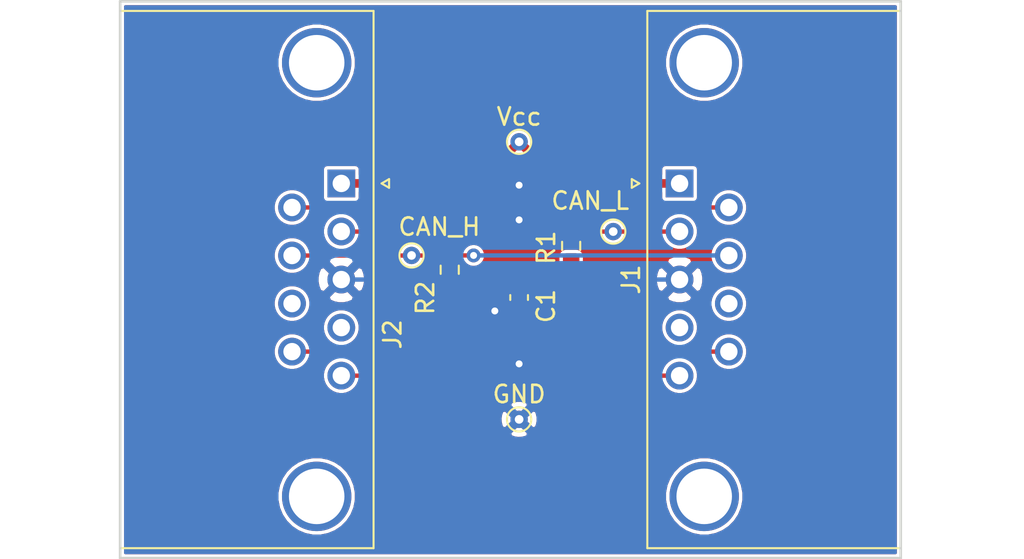
<source format=kicad_pcb>
(kicad_pcb (version 20171130) (host pcbnew "(5.1.9)-1")

  (general
    (thickness 1.6)
    (drawings 4)
    (tracks 29)
    (zones 0)
    (modules 9)
    (nets 13)
  )

  (page A4)
  (layers
    (0 F.Cu signal)
    (31 B.Cu signal hide)
    (32 B.Adhes user)
    (33 F.Adhes user)
    (34 B.Paste user)
    (35 F.Paste user)
    (36 B.SilkS user)
    (37 F.SilkS user)
    (38 B.Mask user)
    (39 F.Mask user)
    (40 Dwgs.User user)
    (41 Cmts.User user)
    (42 Eco1.User user)
    (43 Eco2.User user)
    (44 Edge.Cuts user)
    (45 Margin user)
    (46 B.CrtYd user)
    (47 F.CrtYd user)
    (48 B.Fab user)
    (49 F.Fab user hide)
  )

  (setup
    (last_trace_width 0.25)
    (user_trace_width 0.25)
    (user_trace_width 0.3)
    (user_trace_width 0.5)
    (trace_clearance 0.2)
    (zone_clearance 0.15)
    (zone_45_only no)
    (trace_min 0.2)
    (via_size 0.8)
    (via_drill 0.4)
    (via_min_size 0.4)
    (via_min_drill 0.3)
    (uvia_size 0.3)
    (uvia_drill 0.1)
    (uvias_allowed no)
    (uvia_min_size 0.2)
    (uvia_min_drill 0.1)
    (edge_width 0.05)
    (segment_width 0.2)
    (pcb_text_width 0.3)
    (pcb_text_size 1.5 1.5)
    (mod_edge_width 0.12)
    (mod_text_size 1 1)
    (mod_text_width 0.15)
    (pad_size 1 1)
    (pad_drill 0.5)
    (pad_to_mask_clearance 0)
    (aux_axis_origin 0 0)
    (grid_origin 100 100)
    (visible_elements 7FFFFFFF)
    (pcbplotparams
      (layerselection 0x010f0_ffffffff)
      (usegerberextensions false)
      (usegerberattributes true)
      (usegerberadvancedattributes true)
      (creategerberjobfile true)
      (excludeedgelayer false)
      (linewidth 0.150000)
      (plotframeref false)
      (viasonmask false)
      (mode 1)
      (useauxorigin true)
      (hpglpennumber 1)
      (hpglpenspeed 20)
      (hpglpendiameter 15.000000)
      (psnegative false)
      (psa4output false)
      (plotreference true)
      (plotvalue true)
      (plotinvisibletext false)
      (padsonsilk false)
      (subtractmaskfromsilk false)
      (outputformat 1)
      (mirror false)
      (drillshape 0)
      (scaleselection 1)
      (outputdirectory "C:/Users/sean/Desktop/can-termination-board/"))
  )

  (net 0 "")
  (net 1 "Net-(C1-Pad2)")
  (net 2 "Net-(J1-Pad8)")
  (net 3 "Net-(J1-Pad4)")
  (net 4 "Net-(J2-Pad8)")
  (net 5 "Net-(J2-Pad4)")
  (net 6 /Gnd)
  (net 7 /Vcc)
  (net 8 /CAN_H)
  (net 9 /CAN_Shield)
  (net 10 /CAN_L)
  (net 11 /Vcc_Option)
  (net 12 /Gnd_option)

  (net_class Default "This is the default net class."
    (clearance 0.2)
    (trace_width 0.25)
    (via_dia 0.8)
    (via_drill 0.4)
    (uvia_dia 0.3)
    (uvia_drill 0.1)
    (add_net /CAN_H)
    (add_net /CAN_L)
    (add_net /CAN_Shield)
    (add_net /Gnd)
    (add_net /Gnd_option)
    (add_net /Vcc)
    (add_net /Vcc_Option)
    (add_net "Net-(C1-Pad2)")
    (add_net "Net-(J1-Pad4)")
    (add_net "Net-(J1-Pad8)")
    (add_net "Net-(J2-Pad4)")
    (add_net "Net-(J2-Pad8)")
  )

  (module TestPoint:TestPoint_THTPad_D1.0mm_Drill0.5mm (layer F.Cu) (tedit 6041485F) (tstamp 6041C2DB)
    (at 123 92)
    (descr "THT pad as test Point, diameter 1.0mm, hole diameter 0.5mm")
    (tags "test point THT pad")
    (attr virtual)
    (fp_text reference GND (at 0 -1.448) (layer F.SilkS)
      (effects (font (size 1 1) (thickness 0.15)))
    )
    (fp_text value TestPoint_THTPad_D1.0mm_Drill0.5mm (at 0 1.55) (layer F.Fab)
      (effects (font (size 1 1) (thickness 0.15)))
    )
    (fp_circle (center 0 0) (end 0 0.7) (layer F.SilkS) (width 0.12))
    (fp_circle (center 0 0) (end 1 0) (layer F.CrtYd) (width 0.05))
    (fp_text user %R (at 0 -1.45) (layer F.Fab)
      (effects (font (size 1 1) (thickness 0.15)))
    )
    (pad 1 thru_hole circle (at 0 0) (size 1 1) (drill 0.5) (layers *.Cu *.Mask)
      (net 6 /Gnd))
  )

  (module TestPoint:TestPoint_THTPad_D1.0mm_Drill0.5mm (layer F.Cu) (tedit 604147A4) (tstamp 6041C21B)
    (at 123 76)
    (descr "THT pad as test Point, diameter 1.0mm, hole diameter 0.5mm")
    (tags "test point THT pad")
    (attr virtual)
    (fp_text reference Vcc (at 0 -1.448) (layer F.SilkS)
      (effects (font (size 1 1) (thickness 0.15)))
    )
    (fp_text value TestPoint_THTPad_D1.0mm_Drill0.5mm (at 0 1.55) (layer F.Fab)
      (effects (font (size 1 1) (thickness 0.15)))
    )
    (fp_text user %R (at 0 -1.45) (layer F.Fab)
      (effects (font (size 1 1) (thickness 0.15)))
    )
    (fp_circle (center 0 0) (end 1 0) (layer F.CrtYd) (width 0.05))
    (fp_circle (center 0 0) (end 0 0.7) (layer F.SilkS) (width 0.12))
    (pad 1 thru_hole circle (at 0 0) (size 1 1) (drill 0.5) (layers *.Cu *.Mask)
      (net 7 /Vcc))
  )

  (module TestPoint:TestPoint_THTPad_D1.0mm_Drill0.5mm (layer F.Cu) (tedit 604146F1) (tstamp 6041C09B)
    (at 116.8 82.55)
    (descr "THT pad as test Point, diameter 1.0mm, hole diameter 0.5mm")
    (tags "test point THT pad")
    (attr virtual)
    (fp_text reference CAN_H (at 1.6 -1.65) (layer F.SilkS)
      (effects (font (size 1 1) (thickness 0.15)))
    )
    (fp_text value TestPoint_THTPad_D1.0mm_Drill0.5mm (at 0 1.55) (layer F.Fab)
      (effects (font (size 1 1) (thickness 0.15)))
    )
    (fp_circle (center 0 0) (end 0 0.7) (layer F.SilkS) (width 0.12))
    (fp_circle (center 0 0) (end 1 0) (layer F.CrtYd) (width 0.05))
    (fp_text user %R (at 0 -1.45) (layer F.Fab)
      (effects (font (size 1 1) (thickness 0.15)))
    )
    (pad 1 thru_hole circle (at 0 0) (size 1 1) (drill 0.5) (layers *.Cu *.Mask)
      (net 8 /CAN_H))
  )

  (module TestPoint:TestPoint_THTPad_D1.0mm_Drill0.5mm (layer F.Cu) (tedit 604146BC) (tstamp 6041C031)
    (at 128.425 81.175)
    (descr "THT pad as test Point, diameter 1.0mm, hole diameter 0.5mm")
    (tags "test point THT pad")
    (attr virtual)
    (fp_text reference CAN_L (at -1.325 -1.775) (layer F.SilkS)
      (effects (font (size 1 1) (thickness 0.15)))
    )
    (fp_text value TestPoint_THTPad_D1.0mm_Drill0.5mm (at 0 1.55) (layer F.Fab)
      (effects (font (size 1 1) (thickness 0.15)))
    )
    (fp_text user %R (at 0 -1.45) (layer F.Fab)
      (effects (font (size 1 1) (thickness 0.15)))
    )
    (fp_circle (center 0 0) (end 1 0) (layer F.CrtYd) (width 0.05))
    (fp_circle (center 0 0) (end 0 0.7) (layer F.SilkS) (width 0.12))
    (pad 1 thru_hole circle (at 0 0) (size 1 1) (drill 0.5) (layers *.Cu *.Mask)
      (net 10 /CAN_L))
  )

  (module Connector_Dsub:DSUB-9_Male_Horizontal_P2.77x2.84mm_EdgePinOffset9.90mm_Housed_MountingHolesOffset11.32mm (layer F.Cu) (tedit 59FEDEE2) (tstamp 60335714)
    (at 112.75 78.4 270)
    (descr "9-pin D-Sub connector, horizontal/angled (90 deg), THT-mount, male, pitch 2.77x2.84mm, pin-PCB-offset 9.9mm, distance of mounting holes 25mm, distance of mounting holes to PCB edge 11.32mm, see https://disti-assets.s3.amazonaws.com/tonar/files/datasheets/16730.pdf")
    (tags "9-pin D-Sub connector horizontal angled 90deg THT male pitch 2.77x2.84mm pin-PCB-offset 9.9mm mounting-holes-distance 25mm mounting-hole-offset 25mm")
    (path /6033704C)
    (fp_text reference J2 (at 8.7 -2.95 90) (layer F.SilkS)
      (effects (font (size 1 1) (thickness 0.15)))
    )
    (fp_text value DB9_Male (at 5.54 20.64 90) (layer F.Fab)
      (effects (font (size 1 1) (thickness 0.15)))
    )
    (fp_text user %R (at 5.54 16.14 90) (layer F.Fab)
      (effects (font (size 1 1) (thickness 0.15)))
    )
    (fp_arc (start 18.04 1.42) (end 16.44 1.42) (angle 180) (layer F.Fab) (width 0.1))
    (fp_arc (start -6.96 1.42) (end -8.56 1.42) (angle 180) (layer F.Fab) (width 0.1))
    (fp_line (start -9.885 -1.8) (end -9.885 12.74) (layer F.Fab) (width 0.1))
    (fp_line (start -9.885 12.74) (end 20.965 12.74) (layer F.Fab) (width 0.1))
    (fp_line (start 20.965 12.74) (end 20.965 -1.8) (layer F.Fab) (width 0.1))
    (fp_line (start 20.965 -1.8) (end -9.885 -1.8) (layer F.Fab) (width 0.1))
    (fp_line (start -9.885 12.74) (end -9.885 13.14) (layer F.Fab) (width 0.1))
    (fp_line (start -9.885 13.14) (end 20.965 13.14) (layer F.Fab) (width 0.1))
    (fp_line (start 20.965 13.14) (end 20.965 12.74) (layer F.Fab) (width 0.1))
    (fp_line (start 20.965 12.74) (end -9.885 12.74) (layer F.Fab) (width 0.1))
    (fp_line (start -2.61 13.14) (end -2.61 19.14) (layer F.Fab) (width 0.1))
    (fp_line (start -2.61 19.14) (end 13.69 19.14) (layer F.Fab) (width 0.1))
    (fp_line (start 13.69 19.14) (end 13.69 13.14) (layer F.Fab) (width 0.1))
    (fp_line (start 13.69 13.14) (end -2.61 13.14) (layer F.Fab) (width 0.1))
    (fp_line (start -9.46 13.14) (end -9.46 18.14) (layer F.Fab) (width 0.1))
    (fp_line (start -9.46 18.14) (end -4.46 18.14) (layer F.Fab) (width 0.1))
    (fp_line (start -4.46 18.14) (end -4.46 13.14) (layer F.Fab) (width 0.1))
    (fp_line (start -4.46 13.14) (end -9.46 13.14) (layer F.Fab) (width 0.1))
    (fp_line (start 15.54 13.14) (end 15.54 18.14) (layer F.Fab) (width 0.1))
    (fp_line (start 15.54 18.14) (end 20.54 18.14) (layer F.Fab) (width 0.1))
    (fp_line (start 20.54 18.14) (end 20.54 13.14) (layer F.Fab) (width 0.1))
    (fp_line (start 20.54 13.14) (end 15.54 13.14) (layer F.Fab) (width 0.1))
    (fp_line (start -8.56 12.74) (end -8.56 1.42) (layer F.Fab) (width 0.1))
    (fp_line (start -5.36 12.74) (end -5.36 1.42) (layer F.Fab) (width 0.1))
    (fp_line (start 16.44 12.74) (end 16.44 1.42) (layer F.Fab) (width 0.1))
    (fp_line (start 19.64 12.74) (end 19.64 1.42) (layer F.Fab) (width 0.1))
    (fp_line (start -9.945 12.68) (end -9.945 -1.86) (layer F.SilkS) (width 0.12))
    (fp_line (start -9.945 -1.86) (end 21.025 -1.86) (layer F.SilkS) (width 0.12))
    (fp_line (start 21.025 -1.86) (end 21.025 12.68) (layer F.SilkS) (width 0.12))
    (fp_line (start -0.25 -2.754338) (end 0.25 -2.754338) (layer F.SilkS) (width 0.12))
    (fp_line (start 0.25 -2.754338) (end 0 -2.321325) (layer F.SilkS) (width 0.12))
    (fp_line (start 0 -2.321325) (end -0.25 -2.754338) (layer F.SilkS) (width 0.12))
    (fp_line (start -10.4 -2.35) (end -10.4 19.65) (layer F.CrtYd) (width 0.05))
    (fp_line (start -10.4 19.65) (end 21.5 19.65) (layer F.CrtYd) (width 0.05))
    (fp_line (start 21.5 19.65) (end 21.5 -2.35) (layer F.CrtYd) (width 0.05))
    (fp_line (start 21.5 -2.35) (end -10.4 -2.35) (layer F.CrtYd) (width 0.05))
    (pad 0 thru_hole circle (at 18.04 1.42 270) (size 4 4) (drill 3.2) (layers *.Cu *.Mask))
    (pad 0 thru_hole circle (at -6.96 1.42 270) (size 4 4) (drill 3.2) (layers *.Cu *.Mask))
    (pad 9 thru_hole circle (at 9.695 2.84 270) (size 1.6 1.6) (drill 1) (layers *.Cu *.Mask)
      (net 11 /Vcc_Option))
    (pad 8 thru_hole circle (at 6.925 2.84 270) (size 1.6 1.6) (drill 1) (layers *.Cu *.Mask)
      (net 4 "Net-(J2-Pad8)"))
    (pad 7 thru_hole circle (at 4.155 2.84 270) (size 1.6 1.6) (drill 1) (layers *.Cu *.Mask)
      (net 8 /CAN_H))
    (pad 6 thru_hole circle (at 1.385 2.84 270) (size 1.6 1.6) (drill 1) (layers *.Cu *.Mask)
      (net 12 /Gnd_option))
    (pad 5 thru_hole circle (at 11.08 0 270) (size 1.6 1.6) (drill 1) (layers *.Cu *.Mask)
      (net 9 /CAN_Shield))
    (pad 4 thru_hole circle (at 8.31 0 270) (size 1.6 1.6) (drill 1) (layers *.Cu *.Mask)
      (net 5 "Net-(J2-Pad4)"))
    (pad 3 thru_hole circle (at 5.54 0 270) (size 1.6 1.6) (drill 1) (layers *.Cu *.Mask)
      (net 6 /Gnd))
    (pad 2 thru_hole circle (at 2.77 0 270) (size 1.6 1.6) (drill 1) (layers *.Cu *.Mask)
      (net 10 /CAN_L))
    (pad 1 thru_hole rect (at 0 0 270) (size 1.6 1.6) (drill 1) (layers *.Cu *.Mask)
      (net 7 /Vcc))
    (model ${KISYS3DMOD}/Connector_Dsub.3dshapes/DSUB-9_Male_Horizontal_P2.77x2.84mm_EdgePinOffset9.90mm_Housed_MountingHolesOffset11.32mm.wrl
      (at (xyz 0 0 0))
      (scale (xyz 1 1 1))
      (rotate (xyz 0 0 0))
    )
  )

  (module Connector_Dsub:DSUB-9_Female_Horizontal_P2.77x2.84mm_EdgePinOffset9.90mm_Housed_MountingHolesOffset11.32mm (layer F.Cu) (tedit 59FEDEE2) (tstamp 6041B7C0)
    (at 132.25 78.4 90)
    (descr "9-pin D-Sub connector, horizontal/angled (90 deg), THT-mount, female, pitch 2.77x2.84mm, pin-PCB-offset 9.9mm, distance of mounting holes 25mm, distance of mounting holes to PCB edge 11.32mm, see https://disti-assets.s3.amazonaws.com/tonar/files/datasheets/16730.pdf")
    (tags "9-pin D-Sub connector horizontal angled 90deg THT female pitch 2.77x2.84mm pin-PCB-offset 9.9mm mounting-holes-distance 25mm mounting-hole-offset 25mm")
    (path /60335F85)
    (fp_text reference J1 (at -5.54 -2.8 90) (layer F.SilkS)
      (effects (font (size 1 1) (thickness 0.15)))
    )
    (fp_text value DB9_Female (at -5.54 20.81 90) (layer F.Fab)
      (effects (font (size 1 1) (thickness 0.15)))
    )
    (fp_text user %R (at -5.54 16.225 90) (layer F.Fab)
      (effects (font (size 1 1) (thickness 0.15)))
    )
    (fp_arc (start 6.96 1.42) (end 5.36 1.42) (angle 180) (layer F.Fab) (width 0.1))
    (fp_arc (start -18.04 1.42) (end -19.64 1.42) (angle 180) (layer F.Fab) (width 0.1))
    (fp_line (start -20.965 -1.8) (end -20.965 12.74) (layer F.Fab) (width 0.1))
    (fp_line (start -20.965 12.74) (end 9.885 12.74) (layer F.Fab) (width 0.1))
    (fp_line (start 9.885 12.74) (end 9.885 -1.8) (layer F.Fab) (width 0.1))
    (fp_line (start 9.885 -1.8) (end -20.965 -1.8) (layer F.Fab) (width 0.1))
    (fp_line (start -20.965 12.74) (end -20.965 13.14) (layer F.Fab) (width 0.1))
    (fp_line (start -20.965 13.14) (end 9.885 13.14) (layer F.Fab) (width 0.1))
    (fp_line (start 9.885 13.14) (end 9.885 12.74) (layer F.Fab) (width 0.1))
    (fp_line (start 9.885 12.74) (end -20.965 12.74) (layer F.Fab) (width 0.1))
    (fp_line (start -13.69 13.14) (end -13.69 19.31) (layer F.Fab) (width 0.1))
    (fp_line (start -13.69 19.31) (end 2.61 19.31) (layer F.Fab) (width 0.1))
    (fp_line (start 2.61 19.31) (end 2.61 13.14) (layer F.Fab) (width 0.1))
    (fp_line (start 2.61 13.14) (end -13.69 13.14) (layer F.Fab) (width 0.1))
    (fp_line (start -20.54 13.14) (end -20.54 18.14) (layer F.Fab) (width 0.1))
    (fp_line (start -20.54 18.14) (end -15.54 18.14) (layer F.Fab) (width 0.1))
    (fp_line (start -15.54 18.14) (end -15.54 13.14) (layer F.Fab) (width 0.1))
    (fp_line (start -15.54 13.14) (end -20.54 13.14) (layer F.Fab) (width 0.1))
    (fp_line (start 4.46 13.14) (end 4.46 18.14) (layer F.Fab) (width 0.1))
    (fp_line (start 4.46 18.14) (end 9.46 18.14) (layer F.Fab) (width 0.1))
    (fp_line (start 9.46 18.14) (end 9.46 13.14) (layer F.Fab) (width 0.1))
    (fp_line (start 9.46 13.14) (end 4.46 13.14) (layer F.Fab) (width 0.1))
    (fp_line (start -19.64 12.74) (end -19.64 1.42) (layer F.Fab) (width 0.1))
    (fp_line (start -16.44 12.74) (end -16.44 1.42) (layer F.Fab) (width 0.1))
    (fp_line (start 5.36 12.74) (end 5.36 1.42) (layer F.Fab) (width 0.1))
    (fp_line (start 8.56 12.74) (end 8.56 1.42) (layer F.Fab) (width 0.1))
    (fp_line (start -21.025 12.68) (end -21.025 -1.86) (layer F.SilkS) (width 0.12))
    (fp_line (start -21.025 -1.86) (end 9.945 -1.86) (layer F.SilkS) (width 0.12))
    (fp_line (start 9.945 -1.86) (end 9.945 12.68) (layer F.SilkS) (width 0.12))
    (fp_line (start -0.25 -2.754338) (end 0.25 -2.754338) (layer F.SilkS) (width 0.12))
    (fp_line (start 0.25 -2.754338) (end 0 -2.321325) (layer F.SilkS) (width 0.12))
    (fp_line (start 0 -2.321325) (end -0.25 -2.754338) (layer F.SilkS) (width 0.12))
    (fp_line (start -21.5 -2.35) (end -21.5 19.85) (layer F.CrtYd) (width 0.05))
    (fp_line (start -21.5 19.85) (end 10.4 19.85) (layer F.CrtYd) (width 0.05))
    (fp_line (start 10.4 19.85) (end 10.4 -2.35) (layer F.CrtYd) (width 0.05))
    (fp_line (start 10.4 -2.35) (end -21.5 -2.35) (layer F.CrtYd) (width 0.05))
    (pad 0 thru_hole circle (at 6.96 1.42 90) (size 4 4) (drill 3.2) (layers *.Cu *.Mask))
    (pad 0 thru_hole circle (at -18.04 1.42 90) (size 4 4) (drill 3.2) (layers *.Cu *.Mask))
    (pad 9 thru_hole circle (at -9.695 2.84 90) (size 1.6 1.6) (drill 1) (layers *.Cu *.Mask)
      (net 11 /Vcc_Option))
    (pad 8 thru_hole circle (at -6.925 2.84 90) (size 1.6 1.6) (drill 1) (layers *.Cu *.Mask)
      (net 2 "Net-(J1-Pad8)"))
    (pad 7 thru_hole circle (at -4.155 2.84 90) (size 1.6 1.6) (drill 1) (layers *.Cu *.Mask)
      (net 8 /CAN_H))
    (pad 6 thru_hole circle (at -1.385 2.84 90) (size 1.6 1.6) (drill 1) (layers *.Cu *.Mask)
      (net 12 /Gnd_option))
    (pad 5 thru_hole circle (at -11.08 0 90) (size 1.6 1.6) (drill 1) (layers *.Cu *.Mask)
      (net 9 /CAN_Shield))
    (pad 4 thru_hole circle (at -8.31 0 90) (size 1.6 1.6) (drill 1) (layers *.Cu *.Mask)
      (net 3 "Net-(J1-Pad4)"))
    (pad 3 thru_hole circle (at -5.54 0 90) (size 1.6 1.6) (drill 1) (layers *.Cu *.Mask)
      (net 6 /Gnd))
    (pad 2 thru_hole circle (at -2.77 0 90) (size 1.6 1.6) (drill 1) (layers *.Cu *.Mask)
      (net 10 /CAN_L))
    (pad 1 thru_hole rect (at 0 0 90) (size 1.6 1.6) (drill 1) (layers *.Cu *.Mask)
      (net 7 /Vcc))
    (model ${KISYS3DMOD}/Connector_Dsub.3dshapes/DSUB-9_Female_Horizontal_P2.77x2.84mm_EdgePinOffset9.90mm_Housed_MountingHolesOffset11.32mm.wrl
      (at (xyz 0 0 0))
      (scale (xyz 1 1 1))
      (rotate (xyz 0 0 0))
    )
  )

  (module Resistor_SMD:R_0603_1608Metric (layer F.Cu) (tedit 5F68FEEE) (tstamp 60335736)
    (at 119 83.375 90)
    (descr "Resistor SMD 0603 (1608 Metric), square (rectangular) end terminal, IPC_7351 nominal, (Body size source: IPC-SM-782 page 72, https://www.pcb-3d.com/wordpress/wp-content/uploads/ipc-sm-782a_amendment_1_and_2.pdf), generated with kicad-footprint-generator")
    (tags resistor)
    (path /6033363D)
    (attr smd)
    (fp_text reference R2 (at -1.625 -1.41 90) (layer F.SilkS)
      (effects (font (size 1 1) (thickness 0.15)))
    )
    (fp_text value 60ohm (at 0 1.43 90) (layer F.Fab)
      (effects (font (size 1 1) (thickness 0.15)))
    )
    (fp_line (start -0.8 0.4125) (end -0.8 -0.4125) (layer F.Fab) (width 0.1))
    (fp_line (start -0.8 -0.4125) (end 0.8 -0.4125) (layer F.Fab) (width 0.1))
    (fp_line (start 0.8 -0.4125) (end 0.8 0.4125) (layer F.Fab) (width 0.1))
    (fp_line (start 0.8 0.4125) (end -0.8 0.4125) (layer F.Fab) (width 0.1))
    (fp_line (start -0.237258 -0.5225) (end 0.237258 -0.5225) (layer F.SilkS) (width 0.12))
    (fp_line (start -0.237258 0.5225) (end 0.237258 0.5225) (layer F.SilkS) (width 0.12))
    (fp_line (start -1.48 0.73) (end -1.48 -0.73) (layer F.CrtYd) (width 0.05))
    (fp_line (start -1.48 -0.73) (end 1.48 -0.73) (layer F.CrtYd) (width 0.05))
    (fp_line (start 1.48 -0.73) (end 1.48 0.73) (layer F.CrtYd) (width 0.05))
    (fp_line (start 1.48 0.73) (end -1.48 0.73) (layer F.CrtYd) (width 0.05))
    (fp_text user %R (at 0 0 90) (layer F.Fab)
      (effects (font (size 0.4 0.4) (thickness 0.06)))
    )
    (pad 2 smd roundrect (at 0.825 0 90) (size 0.8 0.95) (layers F.Cu F.Paste F.Mask) (roundrect_rratio 0.25)
      (net 8 /CAN_H))
    (pad 1 smd roundrect (at -0.825 0 90) (size 0.8 0.95) (layers F.Cu F.Paste F.Mask) (roundrect_rratio 0.25)
      (net 1 "Net-(C1-Pad2)"))
    (model ${KISYS3DMOD}/Resistor_SMD.3dshapes/R_0603_1608Metric.wrl
      (at (xyz 0 0 0))
      (scale (xyz 1 1 1))
      (rotate (xyz 0 0 0))
    )
  )

  (module Resistor_SMD:R_0603_1608Metric (layer F.Cu) (tedit 5F68FEEE) (tstamp 6041B606)
    (at 126 82 90)
    (descr "Resistor SMD 0603 (1608 Metric), square (rectangular) end terminal, IPC_7351 nominal, (Body size source: IPC-SM-782 page 72, https://www.pcb-3d.com/wordpress/wp-content/uploads/ipc-sm-782a_amendment_1_and_2.pdf), generated with kicad-footprint-generator")
    (tags resistor)
    (path /6033260D)
    (attr smd)
    (fp_text reference R1 (at -0.1 -1.44 90) (layer F.SilkS)
      (effects (font (size 1 1) (thickness 0.15)))
    )
    (fp_text value 60ohm (at 0 1.43 90) (layer F.Fab) hide
      (effects (font (size 1 1) (thickness 0.15)))
    )
    (fp_line (start -0.8 0.4125) (end -0.8 -0.4125) (layer F.Fab) (width 0.1))
    (fp_line (start -0.8 -0.4125) (end 0.8 -0.4125) (layer F.Fab) (width 0.1))
    (fp_line (start 0.8 -0.4125) (end 0.8 0.4125) (layer F.Fab) (width 0.1))
    (fp_line (start 0.8 0.4125) (end -0.8 0.4125) (layer F.Fab) (width 0.1))
    (fp_line (start -0.237258 -0.5225) (end 0.237258 -0.5225) (layer F.SilkS) (width 0.12))
    (fp_line (start -0.237258 0.5225) (end 0.237258 0.5225) (layer F.SilkS) (width 0.12))
    (fp_line (start -1.48 0.73) (end -1.48 -0.73) (layer F.CrtYd) (width 0.05))
    (fp_line (start -1.48 -0.73) (end 1.48 -0.73) (layer F.CrtYd) (width 0.05))
    (fp_line (start 1.48 -0.73) (end 1.48 0.73) (layer F.CrtYd) (width 0.05))
    (fp_line (start 1.48 0.73) (end -1.48 0.73) (layer F.CrtYd) (width 0.05))
    (fp_text user %R (at 2.286 0.889 90) (layer F.Fab) hide
      (effects (font (size 0.4 0.4) (thickness 0.06)))
    )
    (pad 2 smd roundrect (at 0.825 0 90) (size 0.8 0.95) (layers F.Cu F.Paste F.Mask) (roundrect_rratio 0.25)
      (net 10 /CAN_L))
    (pad 1 smd roundrect (at -0.825 0 90) (size 0.8 0.95) (layers F.Cu F.Paste F.Mask) (roundrect_rratio 0.25)
      (net 1 "Net-(C1-Pad2)"))
    (model ${KISYS3DMOD}/Resistor_SMD.3dshapes/R_0603_1608Metric.wrl
      (at (xyz 0 0 0))
      (scale (xyz 1 1 1))
      (rotate (xyz 0 0 0))
    )
  )

  (module Capacitor_SMD:C_0603_1608Metric (layer F.Cu) (tedit 5F68FEEE) (tstamp 603356AC)
    (at 123 84.975 90)
    (descr "Capacitor SMD 0603 (1608 Metric), square (rectangular) end terminal, IPC_7351 nominal, (Body size source: IPC-SM-782 page 76, https://www.pcb-3d.com/wordpress/wp-content/uploads/ipc-sm-782a_amendment_1_and_2.pdf), generated with kicad-footprint-generator")
    (tags capacitor)
    (path /603347EB)
    (attr smd)
    (fp_text reference C1 (at -0.495 1.55 90) (layer F.SilkS)
      (effects (font (size 1 1) (thickness 0.15)))
    )
    (fp_text value 4.7nF (at 0 1.43 90) (layer F.Fab)
      (effects (font (size 1 1) (thickness 0.15)))
    )
    (fp_line (start -0.8 0.4) (end -0.8 -0.4) (layer F.Fab) (width 0.1))
    (fp_line (start -0.8 -0.4) (end 0.8 -0.4) (layer F.Fab) (width 0.1))
    (fp_line (start 0.8 -0.4) (end 0.8 0.4) (layer F.Fab) (width 0.1))
    (fp_line (start 0.8 0.4) (end -0.8 0.4) (layer F.Fab) (width 0.1))
    (fp_line (start -0.14058 -0.51) (end 0.14058 -0.51) (layer F.SilkS) (width 0.12))
    (fp_line (start -0.14058 0.51) (end 0.14058 0.51) (layer F.SilkS) (width 0.12))
    (fp_line (start -1.48 0.73) (end -1.48 -0.73) (layer F.CrtYd) (width 0.05))
    (fp_line (start -1.48 -0.73) (end 1.48 -0.73) (layer F.CrtYd) (width 0.05))
    (fp_line (start 1.48 -0.73) (end 1.48 0.73) (layer F.CrtYd) (width 0.05))
    (fp_line (start 1.48 0.73) (end -1.48 0.73) (layer F.CrtYd) (width 0.05))
    (fp_text user %R (at 0 0 90) (layer F.Fab)
      (effects (font (size 0.4 0.4) (thickness 0.06)))
    )
    (pad 2 smd roundrect (at 0.775 0 90) (size 0.9 0.95) (layers F.Cu F.Paste F.Mask) (roundrect_rratio 0.25)
      (net 1 "Net-(C1-Pad2)"))
    (pad 1 smd roundrect (at -0.775 0 90) (size 0.9 0.95) (layers F.Cu F.Paste F.Mask) (roundrect_rratio 0.25)
      (net 6 /Gnd))
    (model ${KISYS3DMOD}/Capacitor_SMD.3dshapes/C_0603_1608Metric.wrl
      (at (xyz 0 0 0))
      (scale (xyz 1 1 1))
      (rotate (xyz 0 0 0))
    )
  )

  (gr_line (start 100 67.9) (end 100 100) (layer Edge.Cuts) (width 0.15) (tstamp 60330F2A))
  (gr_line (start 145 67.9) (end 100 67.9) (layer Edge.Cuts) (width 0.15))
  (gr_line (start 145 100) (end 145 67.9) (layer Edge.Cuts) (width 0.15))
  (gr_line (start 100 100) (end 145 100) (layer Edge.Cuts) (width 0.15))

  (segment (start 119 84.2) (end 123 84.2) (width 0.25) (layer F.Cu) (net 1))
  (segment (start 124.625 84.2) (end 126 82.825) (width 0.25) (layer F.Cu) (net 1))
  (segment (start 123 84.2) (end 124.625 84.2) (width 0.25) (layer F.Cu) (net 1))
  (via (at 121.6 85.75) (size 0.8) (drill 0.4) (layers F.Cu B.Cu) (net 6))
  (segment (start 121.025 84.58) (end 120.385 83.94) (width 0.25) (layer B.Cu) (net 6))
  (segment (start 121.025 85.75) (end 121.025 84.58) (width 0.25) (layer B.Cu) (net 6))
  (segment (start 120.385 83.94) (end 132.25 83.94) (width 0.25) (layer B.Cu) (net 6))
  (segment (start 112.75 83.94) (end 120.385 83.94) (width 0.25) (layer B.Cu) (net 6))
  (via (at 123 78.5) (size 0.8) (drill 0.4) (layers F.Cu B.Cu) (net 6) (tstamp 6041C5D7))
  (via (at 123 80.5) (size 0.8) (drill 0.4) (layers F.Cu B.Cu) (net 6) (tstamp 6041C5DB))
  (via (at 123 88.8) (size 0.8) (drill 0.4) (layers F.Cu B.Cu) (net 6) (tstamp 6041C5DF))
  (segment (start 121.6 85.75) (end 123 85.75) (width 0.25) (layer F.Cu) (net 6))
  (segment (start 120.6 78.4) (end 123 76) (width 0.5) (layer F.Cu) (net 7))
  (segment (start 112.75 78.4) (end 120.6 78.4) (width 0.5) (layer F.Cu) (net 7))
  (segment (start 125.4 78.4) (end 123 76) (width 0.5) (layer F.Cu) (net 7))
  (segment (start 132.25 78.4) (end 125.4 78.4) (width 0.5) (layer F.Cu) (net 7))
  (via (at 120.375 82.55) (size 0.8) (drill 0.4) (layers F.Cu B.Cu) (net 8))
  (segment (start 118.995 82.555) (end 119 82.55) (width 0.25) (layer F.Cu) (net 8))
  (segment (start 109.91 82.555) (end 118.995 82.555) (width 0.25) (layer F.Cu) (net 8))
  (segment (start 119 82.55) (end 120.375 82.55) (width 0.25) (layer F.Cu) (net 8))
  (segment (start 135.085 82.55) (end 135.09 82.555) (width 0.25) (layer B.Cu) (net 8))
  (segment (start 120.375 82.55) (end 135.085 82.55) (width 0.25) (layer B.Cu) (net 8))
  (segment (start 112.75 89.48) (end 132.25 89.48) (width 0.25) (layer F.Cu) (net 9))
  (segment (start 132.245 81.175) (end 132.25 81.17) (width 0.25) (layer F.Cu) (net 10))
  (segment (start 126 81.175) (end 132.245 81.175) (width 0.25) (layer F.Cu) (net 10) (tstamp 6041C012))
  (segment (start 112.755 81.175) (end 112.75 81.17) (width 0.25) (layer F.Cu) (net 10))
  (segment (start 126 81.175) (end 112.755 81.175) (width 0.25) (layer F.Cu) (net 10))
  (segment (start 109.91 88.095) (end 135.09 88.095) (width 0.25) (layer F.Cu) (net 11))
  (segment (start 109.91 79.785) (end 135.09 79.785) (width 0.25) (layer F.Cu) (net 12))

  (zone (net 6) (net_name /Gnd) (layer F.Cu) (tstamp 0) (hatch edge 0.508)
    (connect_pads (clearance 0.15))
    (min_thickness 0.15)
    (fill yes (arc_segments 32) (thermal_gap 0.508) (thermal_bridge_width 0.508))
    (polygon
      (pts
        (xy 145 100) (xy 100 100) (xy 100 68) (xy 145 68)
      )
    )
    (filled_polygon
      (pts
        (xy 144.7 99.7) (xy 100.3 99.7) (xy 100.3 96.215932) (xy 109.055 96.215932) (xy 109.055 96.664068)
        (xy 109.142427 97.103593) (xy 109.313921 97.517617) (xy 109.562892 97.890228) (xy 109.879772 98.207108) (xy 110.252383 98.456079)
        (xy 110.666407 98.627573) (xy 111.105932 98.715) (xy 111.554068 98.715) (xy 111.993593 98.627573) (xy 112.407617 98.456079)
        (xy 112.780228 98.207108) (xy 113.097108 97.890228) (xy 113.346079 97.517617) (xy 113.517573 97.103593) (xy 113.605 96.664068)
        (xy 113.605 96.215932) (xy 131.395 96.215932) (xy 131.395 96.664068) (xy 131.482427 97.103593) (xy 131.653921 97.517617)
        (xy 131.902892 97.890228) (xy 132.219772 98.207108) (xy 132.592383 98.456079) (xy 133.006407 98.627573) (xy 133.445932 98.715)
        (xy 133.894068 98.715) (xy 134.333593 98.627573) (xy 134.747617 98.456079) (xy 135.120228 98.207108) (xy 135.437108 97.890228)
        (xy 135.686079 97.517617) (xy 135.857573 97.103593) (xy 135.945 96.664068) (xy 135.945 96.215932) (xy 135.857573 95.776407)
        (xy 135.686079 95.362383) (xy 135.437108 94.989772) (xy 135.120228 94.672892) (xy 134.747617 94.423921) (xy 134.333593 94.252427)
        (xy 133.894068 94.165) (xy 133.445932 94.165) (xy 133.006407 94.252427) (xy 132.592383 94.423921) (xy 132.219772 94.672892)
        (xy 131.902892 94.989772) (xy 131.653921 95.362383) (xy 131.482427 95.776407) (xy 131.395 96.215932) (xy 113.605 96.215932)
        (xy 113.517573 95.776407) (xy 113.346079 95.362383) (xy 113.097108 94.989772) (xy 112.780228 94.672892) (xy 112.407617 94.423921)
        (xy 111.993593 94.252427) (xy 111.554068 94.165) (xy 111.105932 94.165) (xy 110.666407 94.252427) (xy 110.252383 94.423921)
        (xy 109.879772 94.672892) (xy 109.562892 94.989772) (xy 109.313921 95.362383) (xy 109.142427 95.776407) (xy 109.055 96.215932)
        (xy 100.3 96.215932) (xy 100.3 92.780883) (xy 122.472261 92.780883) (xy 122.513875 92.973627) (xy 122.713161 93.049758)
        (xy 122.923471 93.085547) (xy 123.136721 93.079618) (xy 123.344717 93.032201) (xy 123.486125 92.973627) (xy 123.527739 92.780883)
        (xy 123 92.253144) (xy 122.472261 92.780883) (xy 100.3 92.780883) (xy 100.3 91.923471) (xy 121.914453 91.923471)
        (xy 121.920382 92.136721) (xy 121.967799 92.344717) (xy 122.026373 92.486125) (xy 122.219117 92.527739) (xy 122.746856 92)
        (xy 123.253144 92) (xy 123.780883 92.527739) (xy 123.973627 92.486125) (xy 124.049758 92.286839) (xy 124.085547 92.076529)
        (xy 124.079618 91.863279) (xy 124.032201 91.655283) (xy 123.973627 91.513875) (xy 123.780883 91.472261) (xy 123.253144 92)
        (xy 122.746856 92) (xy 122.219117 91.472261) (xy 122.026373 91.513875) (xy 121.950242 91.713161) (xy 121.914453 91.923471)
        (xy 100.3 91.923471) (xy 100.3 91.219117) (xy 122.472261 91.219117) (xy 123 91.746856) (xy 123.527739 91.219117)
        (xy 123.486125 91.026373) (xy 123.286839 90.950242) (xy 123.076529 90.914453) (xy 122.863279 90.920382) (xy 122.655283 90.967799)
        (xy 122.513875 91.026373) (xy 122.472261 91.219117) (xy 100.3 91.219117) (xy 100.3 87.989122) (xy 108.835 87.989122)
        (xy 108.835 88.200878) (xy 108.876312 88.408566) (xy 108.957348 88.604203) (xy 109.074993 88.780272) (xy 109.224728 88.930007)
        (xy 109.400797 89.047652) (xy 109.596434 89.128688) (xy 109.804122 89.17) (xy 110.015878 89.17) (xy 110.223566 89.128688)
        (xy 110.419203 89.047652) (xy 110.595272 88.930007) (xy 110.745007 88.780272) (xy 110.862652 88.604203) (xy 110.907886 88.495)
        (xy 112.318891 88.495) (xy 112.240797 88.527348) (xy 112.064728 88.644993) (xy 111.914993 88.794728) (xy 111.797348 88.970797)
        (xy 111.716312 89.166434) (xy 111.675 89.374122) (xy 111.675 89.585878) (xy 111.716312 89.793566) (xy 111.797348 89.989203)
        (xy 111.914993 90.165272) (xy 112.064728 90.315007) (xy 112.240797 90.432652) (xy 112.436434 90.513688) (xy 112.644122 90.555)
        (xy 112.855878 90.555) (xy 113.063566 90.513688) (xy 113.259203 90.432652) (xy 113.435272 90.315007) (xy 113.585007 90.165272)
        (xy 113.702652 89.989203) (xy 113.747886 89.88) (xy 131.252114 89.88) (xy 131.297348 89.989203) (xy 131.414993 90.165272)
        (xy 131.564728 90.315007) (xy 131.740797 90.432652) (xy 131.936434 90.513688) (xy 132.144122 90.555) (xy 132.355878 90.555)
        (xy 132.563566 90.513688) (xy 132.759203 90.432652) (xy 132.935272 90.315007) (xy 133.085007 90.165272) (xy 133.202652 89.989203)
        (xy 133.283688 89.793566) (xy 133.325 89.585878) (xy 133.325 89.374122) (xy 133.283688 89.166434) (xy 133.202652 88.970797)
        (xy 133.085007 88.794728) (xy 132.935272 88.644993) (xy 132.759203 88.527348) (xy 132.681109 88.495) (xy 134.092114 88.495)
        (xy 134.137348 88.604203) (xy 134.254993 88.780272) (xy 134.404728 88.930007) (xy 134.580797 89.047652) (xy 134.776434 89.128688)
        (xy 134.984122 89.17) (xy 135.195878 89.17) (xy 135.403566 89.128688) (xy 135.599203 89.047652) (xy 135.775272 88.930007)
        (xy 135.925007 88.780272) (xy 136.042652 88.604203) (xy 136.123688 88.408566) (xy 136.165 88.200878) (xy 136.165 87.989122)
        (xy 136.123688 87.781434) (xy 136.042652 87.585797) (xy 135.925007 87.409728) (xy 135.775272 87.259993) (xy 135.599203 87.142348)
        (xy 135.403566 87.061312) (xy 135.195878 87.02) (xy 134.984122 87.02) (xy 134.776434 87.061312) (xy 134.580797 87.142348)
        (xy 134.404728 87.259993) (xy 134.254993 87.409728) (xy 134.137348 87.585797) (xy 134.092114 87.695) (xy 132.681109 87.695)
        (xy 132.759203 87.662652) (xy 132.935272 87.545007) (xy 133.085007 87.395272) (xy 133.202652 87.219203) (xy 133.283688 87.023566)
        (xy 133.325 86.815878) (xy 133.325 86.604122) (xy 133.283688 86.396434) (xy 133.202652 86.200797) (xy 133.085007 86.024728)
        (xy 132.935272 85.874993) (xy 132.759203 85.757348) (xy 132.563566 85.676312) (xy 132.355878 85.635) (xy 132.144122 85.635)
        (xy 131.936434 85.676312) (xy 131.740797 85.757348) (xy 131.564728 85.874993) (xy 131.414993 86.024728) (xy 131.297348 86.200797)
        (xy 131.216312 86.396434) (xy 131.175 86.604122) (xy 131.175 86.815878) (xy 131.216312 87.023566) (xy 131.297348 87.219203)
        (xy 131.414993 87.395272) (xy 131.564728 87.545007) (xy 131.740797 87.662652) (xy 131.818891 87.695) (xy 113.181109 87.695)
        (xy 113.259203 87.662652) (xy 113.435272 87.545007) (xy 113.585007 87.395272) (xy 113.702652 87.219203) (xy 113.783688 87.023566)
        (xy 113.825 86.815878) (xy 113.825 86.604122) (xy 113.783688 86.396434) (xy 113.702652 86.200797) (xy 113.70212 86.2)
        (xy 121.939179 86.2) (xy 121.950435 86.314288) (xy 121.983772 86.424184) (xy 122.037908 86.525465) (xy 122.110762 86.614238)
        (xy 122.199535 86.687092) (xy 122.300816 86.741228) (xy 122.410712 86.774565) (xy 122.525 86.785821) (xy 122.67525 86.783)
        (xy 122.821 86.63725) (xy 122.821 85.929) (xy 123.179 85.929) (xy 123.179 86.63725) (xy 123.32475 86.783)
        (xy 123.475 86.785821) (xy 123.589288 86.774565) (xy 123.699184 86.741228) (xy 123.800465 86.687092) (xy 123.889238 86.614238)
        (xy 123.962092 86.525465) (xy 124.016228 86.424184) (xy 124.049565 86.314288) (xy 124.060821 86.2) (xy 124.058 86.07475)
        (xy 123.91225 85.929) (xy 123.179 85.929) (xy 122.821 85.929) (xy 122.08775 85.929) (xy 121.942 86.07475)
        (xy 121.939179 86.2) (xy 113.70212 86.2) (xy 113.585007 86.024728) (xy 113.435272 85.874993) (xy 113.259203 85.757348)
        (xy 113.063566 85.676312) (xy 112.855878 85.635) (xy 112.644122 85.635) (xy 112.436434 85.676312) (xy 112.240797 85.757348)
        (xy 112.064728 85.874993) (xy 111.914993 86.024728) (xy 111.797348 86.200797) (xy 111.716312 86.396434) (xy 111.675 86.604122)
        (xy 111.675 86.815878) (xy 111.716312 87.023566) (xy 111.797348 87.219203) (xy 111.914993 87.395272) (xy 112.064728 87.545007)
        (xy 112.240797 87.662652) (xy 112.318891 87.695) (xy 110.907886 87.695) (xy 110.862652 87.585797) (xy 110.745007 87.409728)
        (xy 110.595272 87.259993) (xy 110.419203 87.142348) (xy 110.223566 87.061312) (xy 110.015878 87.02) (xy 109.804122 87.02)
        (xy 109.596434 87.061312) (xy 109.400797 87.142348) (xy 109.224728 87.259993) (xy 109.074993 87.409728) (xy 108.957348 87.585797)
        (xy 108.876312 87.781434) (xy 108.835 87.989122) (xy 100.3 87.989122) (xy 100.3 85.219122) (xy 108.835 85.219122)
        (xy 108.835 85.430878) (xy 108.876312 85.638566) (xy 108.957348 85.834203) (xy 109.074993 86.010272) (xy 109.224728 86.160007)
        (xy 109.400797 86.277652) (xy 109.596434 86.358688) (xy 109.804122 86.4) (xy 110.015878 86.4) (xy 110.223566 86.358688)
        (xy 110.419203 86.277652) (xy 110.595272 86.160007) (xy 110.745007 86.010272) (xy 110.862652 85.834203) (xy 110.943688 85.638566)
        (xy 110.985 85.430878) (xy 110.985 85.219122) (xy 110.943688 85.011434) (xy 110.912864 84.937018) (xy 112.006126 84.937018)
        (xy 112.084778 85.160133) (xy 112.335597 85.266467) (xy 112.60234 85.321825) (xy 112.874758 85.324081) (xy 113.142381 85.273147)
        (xy 113.394926 85.170982) (xy 113.415222 85.160133) (xy 113.493874 84.937018) (xy 112.75 84.193144) (xy 112.006126 84.937018)
        (xy 110.912864 84.937018) (xy 110.862652 84.815797) (xy 110.745007 84.639728) (xy 110.595272 84.489993) (xy 110.419203 84.372348)
        (xy 110.223566 84.291312) (xy 110.015878 84.25) (xy 109.804122 84.25) (xy 109.596434 84.291312) (xy 109.400797 84.372348)
        (xy 109.224728 84.489993) (xy 109.074993 84.639728) (xy 108.957348 84.815797) (xy 108.876312 85.011434) (xy 108.835 85.219122)
        (xy 100.3 85.219122) (xy 100.3 84.064758) (xy 111.365919 84.064758) (xy 111.416853 84.332381) (xy 111.519018 84.584926)
        (xy 111.529867 84.605222) (xy 111.752982 84.683874) (xy 112.496856 83.94) (xy 113.003144 83.94) (xy 113.747018 84.683874)
        (xy 113.970133 84.605222) (xy 114.076467 84.354403) (xy 114.131825 84.08766) (xy 114.13255 84) (xy 118.24867 84)
        (xy 118.24867 84.4) (xy 118.257823 84.492927) (xy 118.284928 84.582284) (xy 118.328946 84.664635) (xy 118.388184 84.736816)
        (xy 118.460365 84.796054) (xy 118.542716 84.840072) (xy 118.632073 84.867177) (xy 118.725 84.87633) (xy 119.275 84.87633)
        (xy 119.367927 84.867177) (xy 119.457284 84.840072) (xy 119.539635 84.796054) (xy 119.611816 84.736816) (xy 119.671054 84.664635)
        (xy 119.705602 84.6) (xy 122.281719 84.6) (xy 122.286831 84.616851) (xy 122.333159 84.703524) (xy 122.363015 84.739904)
        (xy 122.300816 84.758772) (xy 122.199535 84.812908) (xy 122.110762 84.885762) (xy 122.037908 84.974535) (xy 121.983772 85.075816)
        (xy 121.950435 85.185712) (xy 121.939179 85.3) (xy 121.942 85.42525) (xy 122.08775 85.571) (xy 122.821 85.571)
        (xy 122.821 85.551) (xy 123.179 85.551) (xy 123.179 85.571) (xy 123.91225 85.571) (xy 124.058 85.42525)
        (xy 124.060821 85.3) (xy 124.049565 85.185712) (xy 124.016228 85.075816) (xy 123.962092 84.974535) (xy 123.931303 84.937018)
        (xy 131.506126 84.937018) (xy 131.584778 85.160133) (xy 131.835597 85.266467) (xy 132.10234 85.321825) (xy 132.374758 85.324081)
        (xy 132.642381 85.273147) (xy 132.775927 85.219122) (xy 134.015 85.219122) (xy 134.015 85.430878) (xy 134.056312 85.638566)
        (xy 134.137348 85.834203) (xy 134.254993 86.010272) (xy 134.404728 86.160007) (xy 134.580797 86.277652) (xy 134.776434 86.358688)
        (xy 134.984122 86.4) (xy 135.195878 86.4) (xy 135.403566 86.358688) (xy 135.599203 86.277652) (xy 135.775272 86.160007)
        (xy 135.925007 86.010272) (xy 136.042652 85.834203) (xy 136.123688 85.638566) (xy 136.165 85.430878) (xy 136.165 85.219122)
        (xy 136.123688 85.011434) (xy 136.042652 84.815797) (xy 135.925007 84.639728) (xy 135.775272 84.489993) (xy 135.599203 84.372348)
        (xy 135.403566 84.291312) (xy 135.195878 84.25) (xy 134.984122 84.25) (xy 134.776434 84.291312) (xy 134.580797 84.372348)
        (xy 134.404728 84.489993) (xy 134.254993 84.639728) (xy 134.137348 84.815797) (xy 134.056312 85.011434) (xy 134.015 85.219122)
        (xy 132.775927 85.219122) (xy 132.894926 85.170982) (xy 132.915222 85.160133) (xy 132.993874 84.937018) (xy 132.25 84.193144)
        (xy 131.506126 84.937018) (xy 123.931303 84.937018) (xy 123.889238 84.885762) (xy 123.800465 84.812908) (xy 123.699184 84.758772)
        (xy 123.636985 84.739904) (xy 123.666841 84.703524) (xy 123.713169 84.616851) (xy 123.718281 84.6) (xy 124.605354 84.6)
        (xy 124.625 84.601935) (xy 124.644646 84.6) (xy 124.644647 84.6) (xy 124.703414 84.594212) (xy 124.778814 84.57134)
        (xy 124.848303 84.534197) (xy 124.909211 84.484211) (xy 124.921737 84.468948) (xy 125.325927 84.064758) (xy 130.865919 84.064758)
        (xy 130.916853 84.332381) (xy 131.019018 84.584926) (xy 131.029867 84.605222) (xy 131.252982 84.683874) (xy 131.996856 83.94)
        (xy 132.503144 83.94) (xy 133.247018 84.683874) (xy 133.470133 84.605222) (xy 133.576467 84.354403) (xy 133.631825 84.08766)
        (xy 133.634081 83.815242) (xy 133.583147 83.547619) (xy 133.480982 83.295074) (xy 133.470133 83.274778) (xy 133.247018 83.196126)
        (xy 132.503144 83.94) (xy 131.996856 83.94) (xy 131.252982 83.196126) (xy 131.029867 83.274778) (xy 130.923533 83.525597)
        (xy 130.868175 83.79234) (xy 130.865919 84.064758) (xy 125.325927 84.064758) (xy 125.889355 83.50133) (xy 126.275 83.50133)
        (xy 126.367927 83.492177) (xy 126.457284 83.465072) (xy 126.539635 83.421054) (xy 126.611816 83.361816) (xy 126.671054 83.289635)
        (xy 126.715072 83.207284) (xy 126.742177 83.117927) (xy 126.75133 83.025) (xy 126.75133 82.942982) (xy 131.506126 82.942982)
        (xy 132.25 83.686856) (xy 132.993874 82.942982) (xy 132.915222 82.719867) (xy 132.664403 82.613533) (xy 132.39766 82.558175)
        (xy 132.125242 82.555919) (xy 131.857619 82.606853) (xy 131.605074 82.709018) (xy 131.584778 82.719867) (xy 131.506126 82.942982)
        (xy 126.75133 82.942982) (xy 126.75133 82.625) (xy 126.742177 82.532073) (xy 126.717016 82.449122) (xy 134.015 82.449122)
        (xy 134.015 82.660878) (xy 134.056312 82.868566) (xy 134.137348 83.064203) (xy 134.254993 83.240272) (xy 134.404728 83.390007)
        (xy 134.580797 83.507652) (xy 134.776434 83.588688) (xy 134.984122 83.63) (xy 135.195878 83.63) (xy 135.403566 83.588688)
        (xy 135.599203 83.507652) (xy 135.775272 83.390007) (xy 135.925007 83.240272) (xy 136.042652 83.064203) (xy 136.123688 82.868566)
        (xy 136.165 82.660878) (xy 136.165 82.449122) (xy 136.123688 82.241434) (xy 136.042652 82.045797) (xy 135.925007 81.869728)
        (xy 135.775272 81.719993) (xy 135.599203 81.602348) (xy 135.403566 81.521312) (xy 135.195878 81.48) (xy 134.984122 81.48)
        (xy 134.776434 81.521312) (xy 134.580797 81.602348) (xy 134.404728 81.719993) (xy 134.254993 81.869728) (xy 134.137348 82.045797)
        (xy 134.056312 82.241434) (xy 134.015 82.449122) (xy 126.717016 82.449122) (xy 126.715072 82.442716) (xy 126.671054 82.360365)
        (xy 126.611816 82.288184) (xy 126.539635 82.228946) (xy 126.457284 82.184928) (xy 126.367927 82.157823) (xy 126.275 82.14867)
        (xy 125.725 82.14867) (xy 125.632073 82.157823) (xy 125.542716 82.184928) (xy 125.460365 82.228946) (xy 125.388184 82.288184)
        (xy 125.328946 82.360365) (xy 125.284928 82.442716) (xy 125.257823 82.532073) (xy 125.24867 82.625) (xy 125.24867 83.010645)
        (xy 124.459315 83.8) (xy 123.718281 83.8) (xy 123.713169 83.783149) (xy 123.666841 83.696476) (xy 123.604494 83.620506)
        (xy 123.528524 83.558159) (xy 123.441851 83.511831) (xy 123.347805 83.483303) (xy 123.25 83.47367) (xy 122.75 83.47367)
        (xy 122.652195 83.483303) (xy 122.558149 83.511831) (xy 122.471476 83.558159) (xy 122.395506 83.620506) (xy 122.333159 83.696476)
        (xy 122.286831 83.783149) (xy 122.281719 83.8) (xy 119.705602 83.8) (xy 119.671054 83.735365) (xy 119.611816 83.663184)
        (xy 119.539635 83.603946) (xy 119.457284 83.559928) (xy 119.367927 83.532823) (xy 119.275 83.52367) (xy 118.725 83.52367)
        (xy 118.632073 83.532823) (xy 118.542716 83.559928) (xy 118.460365 83.603946) (xy 118.388184 83.663184) (xy 118.328946 83.735365)
        (xy 118.284928 83.817716) (xy 118.257823 83.907073) (xy 118.24867 84) (xy 114.13255 84) (xy 114.134081 83.815242)
        (xy 114.083147 83.547619) (xy 113.980982 83.295074) (xy 113.970133 83.274778) (xy 113.747018 83.196126) (xy 113.003144 83.94)
        (xy 112.496856 83.94) (xy 111.752982 83.196126) (xy 111.529867 83.274778) (xy 111.423533 83.525597) (xy 111.368175 83.79234)
        (xy 111.365919 84.064758) (xy 100.3 84.064758) (xy 100.3 79.679122) (xy 108.835 79.679122) (xy 108.835 79.890878)
        (xy 108.876312 80.098566) (xy 108.957348 80.294203) (xy 109.074993 80.470272) (xy 109.224728 80.620007) (xy 109.400797 80.737652)
        (xy 109.596434 80.818688) (xy 109.804122 80.86) (xy 110.015878 80.86) (xy 110.223566 80.818688) (xy 110.419203 80.737652)
        (xy 110.595272 80.620007) (xy 110.745007 80.470272) (xy 110.862652 80.294203) (xy 110.907886 80.185) (xy 112.318891 80.185)
        (xy 112.240797 80.217348) (xy 112.064728 80.334993) (xy 111.914993 80.484728) (xy 111.797348 80.660797) (xy 111.716312 80.856434)
        (xy 111.675 81.064122) (xy 111.675 81.275878) (xy 111.716312 81.483566) (xy 111.797348 81.679203) (xy 111.914993 81.855272)
        (xy 112.064728 82.005007) (xy 112.240797 82.122652) (xy 112.318891 82.155) (xy 110.907886 82.155) (xy 110.862652 82.045797)
        (xy 110.745007 81.869728) (xy 110.595272 81.719993) (xy 110.419203 81.602348) (xy 110.223566 81.521312) (xy 110.015878 81.48)
        (xy 109.804122 81.48) (xy 109.596434 81.521312) (xy 109.400797 81.602348) (xy 109.224728 81.719993) (xy 109.074993 81.869728)
        (xy 108.957348 82.045797) (xy 108.876312 82.241434) (xy 108.835 82.449122) (xy 108.835 82.660878) (xy 108.876312 82.868566)
        (xy 108.957348 83.064203) (xy 109.074993 83.240272) (xy 109.224728 83.390007) (xy 109.400797 83.507652) (xy 109.596434 83.588688)
        (xy 109.804122 83.63) (xy 110.015878 83.63) (xy 110.223566 83.588688) (xy 110.419203 83.507652) (xy 110.595272 83.390007)
        (xy 110.745007 83.240272) (xy 110.862652 83.064203) (xy 110.907886 82.955) (xy 112.018144 82.955) (xy 112.75 83.686856)
        (xy 113.481856 82.955) (xy 116.138528 82.955) (xy 116.198018 83.044034) (xy 116.305966 83.151982) (xy 116.4329 83.236796)
        (xy 116.573941 83.295217) (xy 116.723669 83.325) (xy 116.876331 83.325) (xy 117.026059 83.295217) (xy 117.1671 83.236796)
        (xy 117.294034 83.151982) (xy 117.401982 83.044034) (xy 117.461472 82.955) (xy 118.29707 82.955) (xy 118.328946 83.014635)
        (xy 118.388184 83.086816) (xy 118.460365 83.146054) (xy 118.542716 83.190072) (xy 118.632073 83.217177) (xy 118.725 83.22633)
        (xy 119.275 83.22633) (xy 119.367927 83.217177) (xy 119.457284 83.190072) (xy 119.539635 83.146054) (xy 119.611816 83.086816)
        (xy 119.671054 83.014635) (xy 119.705602 82.95) (xy 119.830456 82.95) (xy 119.850693 82.980287) (xy 119.944713 83.074307)
        (xy 120.055268 83.148177) (xy 120.17811 83.19906) (xy 120.308518 83.225) (xy 120.441482 83.225) (xy 120.57189 83.19906)
        (xy 120.694732 83.148177) (xy 120.805287 83.074307) (xy 120.899307 82.980287) (xy 120.973177 82.869732) (xy 121.02406 82.74689)
        (xy 121.05 82.616482) (xy 121.05 82.483518) (xy 121.02406 82.35311) (xy 120.973177 82.230268) (xy 120.899307 82.119713)
        (xy 120.805287 82.025693) (xy 120.694732 81.951823) (xy 120.57189 81.90094) (xy 120.441482 81.875) (xy 120.308518 81.875)
        (xy 120.17811 81.90094) (xy 120.055268 81.951823) (xy 119.944713 82.025693) (xy 119.850693 82.119713) (xy 119.830456 82.15)
        (xy 119.705602 82.15) (xy 119.671054 82.085365) (xy 119.611816 82.013184) (xy 119.539635 81.953946) (xy 119.457284 81.909928)
        (xy 119.367927 81.882823) (xy 119.275 81.87367) (xy 118.725 81.87367) (xy 118.632073 81.882823) (xy 118.542716 81.909928)
        (xy 118.460365 81.953946) (xy 118.388184 82.013184) (xy 118.328946 82.085365) (xy 118.291725 82.155) (xy 117.468154 82.155)
        (xy 117.401982 82.055966) (xy 117.294034 81.948018) (xy 117.1671 81.863204) (xy 117.026059 81.804783) (xy 116.876331 81.775)
        (xy 116.723669 81.775) (xy 116.573941 81.804783) (xy 116.4329 81.863204) (xy 116.305966 81.948018) (xy 116.198018 82.055966)
        (xy 116.131846 82.155) (xy 113.181109 82.155) (xy 113.259203 82.122652) (xy 113.435272 82.005007) (xy 113.585007 81.855272)
        (xy 113.702652 81.679203) (xy 113.745815 81.575) (xy 125.294398 81.575) (xy 125.328946 81.639635) (xy 125.388184 81.711816)
        (xy 125.460365 81.771054) (xy 125.542716 81.815072) (xy 125.632073 81.842177) (xy 125.725 81.85133) (xy 126.275 81.85133)
        (xy 126.367927 81.842177) (xy 126.457284 81.815072) (xy 126.539635 81.771054) (xy 126.611816 81.711816) (xy 126.671054 81.639635)
        (xy 126.705602 81.575) (xy 127.760187 81.575) (xy 127.823018 81.669034) (xy 127.930966 81.776982) (xy 128.0579 81.861796)
        (xy 128.198941 81.920217) (xy 128.348669 81.95) (xy 128.501331 81.95) (xy 128.651059 81.920217) (xy 128.7921 81.861796)
        (xy 128.919034 81.776982) (xy 129.026982 81.669034) (xy 129.089813 81.575) (xy 131.254185 81.575) (xy 131.297348 81.679203)
        (xy 131.414993 81.855272) (xy 131.564728 82.005007) (xy 131.740797 82.122652) (xy 131.936434 82.203688) (xy 132.144122 82.245)
        (xy 132.355878 82.245) (xy 132.563566 82.203688) (xy 132.759203 82.122652) (xy 132.935272 82.005007) (xy 133.085007 81.855272)
        (xy 133.202652 81.679203) (xy 133.283688 81.483566) (xy 133.325 81.275878) (xy 133.325 81.064122) (xy 133.283688 80.856434)
        (xy 133.202652 80.660797) (xy 133.085007 80.484728) (xy 132.935272 80.334993) (xy 132.759203 80.217348) (xy 132.681109 80.185)
        (xy 134.092114 80.185) (xy 134.137348 80.294203) (xy 134.254993 80.470272) (xy 134.404728 80.620007) (xy 134.580797 80.737652)
        (xy 134.776434 80.818688) (xy 134.984122 80.86) (xy 135.195878 80.86) (xy 135.403566 80.818688) (xy 135.599203 80.737652)
        (xy 135.775272 80.620007) (xy 135.925007 80.470272) (xy 136.042652 80.294203) (xy 136.123688 80.098566) (xy 136.165 79.890878)
        (xy 136.165 79.679122) (xy 136.123688 79.471434) (xy 136.042652 79.275797) (xy 135.925007 79.099728) (xy 135.775272 78.949993)
        (xy 135.599203 78.832348) (xy 135.403566 78.751312) (xy 135.195878 78.71) (xy 134.984122 78.71) (xy 134.776434 78.751312)
        (xy 134.580797 78.832348) (xy 134.404728 78.949993) (xy 134.254993 79.099728) (xy 134.137348 79.275797) (xy 134.092114 79.385)
        (xy 133.253926 79.385) (xy 133.27976 79.353521) (xy 133.305296 79.305747) (xy 133.32102 79.253909) (xy 133.32633 79.2)
        (xy 133.32633 77.6) (xy 133.32102 77.546091) (xy 133.305296 77.494253) (xy 133.27976 77.446479) (xy 133.245395 77.404605)
        (xy 133.203521 77.37024) (xy 133.155747 77.344704) (xy 133.103909 77.32898) (xy 133.05 77.32367) (xy 131.45 77.32367)
        (xy 131.396091 77.32898) (xy 131.344253 77.344704) (xy 131.296479 77.37024) (xy 131.254605 77.404605) (xy 131.22024 77.446479)
        (xy 131.194704 77.494253) (xy 131.17898 77.546091) (xy 131.17367 77.6) (xy 131.17367 77.875) (xy 125.617462 77.875)
        (xy 123.775 76.032539) (xy 123.775 75.923669) (xy 123.745217 75.773941) (xy 123.686796 75.6329) (xy 123.601982 75.505966)
        (xy 123.494034 75.398018) (xy 123.3671 75.313204) (xy 123.226059 75.254783) (xy 123.076331 75.225) (xy 122.923669 75.225)
        (xy 122.773941 75.254783) (xy 122.6329 75.313204) (xy 122.505966 75.398018) (xy 122.398018 75.505966) (xy 122.313204 75.6329)
        (xy 122.254783 75.773941) (xy 122.225 75.923669) (xy 122.225 76.032538) (xy 120.382539 77.875) (xy 113.82633 77.875)
        (xy 113.82633 77.6) (xy 113.82102 77.546091) (xy 113.805296 77.494253) (xy 113.77976 77.446479) (xy 113.745395 77.404605)
        (xy 113.703521 77.37024) (xy 113.655747 77.344704) (xy 113.603909 77.32898) (xy 113.55 77.32367) (xy 111.95 77.32367)
        (xy 111.896091 77.32898) (xy 111.844253 77.344704) (xy 111.796479 77.37024) (xy 111.754605 77.404605) (xy 111.72024 77.446479)
        (xy 111.694704 77.494253) (xy 111.67898 77.546091) (xy 111.67367 77.6) (xy 111.67367 79.2) (xy 111.67898 79.253909)
        (xy 111.694704 79.305747) (xy 111.72024 79.353521) (xy 111.746074 79.385) (xy 110.907886 79.385) (xy 110.862652 79.275797)
        (xy 110.745007 79.099728) (xy 110.595272 78.949993) (xy 110.419203 78.832348) (xy 110.223566 78.751312) (xy 110.015878 78.71)
        (xy 109.804122 78.71) (xy 109.596434 78.751312) (xy 109.400797 78.832348) (xy 109.224728 78.949993) (xy 109.074993 79.099728)
        (xy 108.957348 79.275797) (xy 108.876312 79.471434) (xy 108.835 79.679122) (xy 100.3 79.679122) (xy 100.3 71.215932)
        (xy 109.055 71.215932) (xy 109.055 71.664068) (xy 109.142427 72.103593) (xy 109.313921 72.517617) (xy 109.562892 72.890228)
        (xy 109.879772 73.207108) (xy 110.252383 73.456079) (xy 110.666407 73.627573) (xy 111.105932 73.715) (xy 111.554068 73.715)
        (xy 111.993593 73.627573) (xy 112.407617 73.456079) (xy 112.780228 73.207108) (xy 113.097108 72.890228) (xy 113.346079 72.517617)
        (xy 113.517573 72.103593) (xy 113.605 71.664068) (xy 113.605 71.215932) (xy 131.395 71.215932) (xy 131.395 71.664068)
        (xy 131.482427 72.103593) (xy 131.653921 72.517617) (xy 131.902892 72.890228) (xy 132.219772 73.207108) (xy 132.592383 73.456079)
        (xy 133.006407 73.627573) (xy 133.445932 73.715) (xy 133.894068 73.715) (xy 134.333593 73.627573) (xy 134.747617 73.456079)
        (xy 135.120228 73.207108) (xy 135.437108 72.890228) (xy 135.686079 72.517617) (xy 135.857573 72.103593) (xy 135.945 71.664068)
        (xy 135.945 71.215932) (xy 135.857573 70.776407) (xy 135.686079 70.362383) (xy 135.437108 69.989772) (xy 135.120228 69.672892)
        (xy 134.747617 69.423921) (xy 134.333593 69.252427) (xy 133.894068 69.165) (xy 133.445932 69.165) (xy 133.006407 69.252427)
        (xy 132.592383 69.423921) (xy 132.219772 69.672892) (xy 131.902892 69.989772) (xy 131.653921 70.362383) (xy 131.482427 70.776407)
        (xy 131.395 71.215932) (xy 113.605 71.215932) (xy 113.517573 70.776407) (xy 113.346079 70.362383) (xy 113.097108 69.989772)
        (xy 112.780228 69.672892) (xy 112.407617 69.423921) (xy 111.993593 69.252427) (xy 111.554068 69.165) (xy 111.105932 69.165)
        (xy 110.666407 69.252427) (xy 110.252383 69.423921) (xy 109.879772 69.672892) (xy 109.562892 69.989772) (xy 109.313921 70.362383)
        (xy 109.142427 70.776407) (xy 109.055 71.215932) (xy 100.3 71.215932) (xy 100.3 68.2) (xy 144.700001 68.2)
      )
    )
    (filled_polygon
      (pts
        (xy 131.740797 88.527348) (xy 131.564728 88.644993) (xy 131.414993 88.794728) (xy 131.297348 88.970797) (xy 131.252114 89.08)
        (xy 113.747886 89.08) (xy 113.702652 88.970797) (xy 113.585007 88.794728) (xy 113.435272 88.644993) (xy 113.259203 88.527348)
        (xy 113.181109 88.495) (xy 131.818891 88.495)
      )
    )
    (filled_polygon
      (pts
        (xy 131.740797 80.217348) (xy 131.564728 80.334993) (xy 131.414993 80.484728) (xy 131.297348 80.660797) (xy 131.250043 80.775)
        (xy 129.089813 80.775) (xy 129.026982 80.680966) (xy 128.919034 80.573018) (xy 128.7921 80.488204) (xy 128.651059 80.429783)
        (xy 128.501331 80.4) (xy 128.348669 80.4) (xy 128.198941 80.429783) (xy 128.0579 80.488204) (xy 127.930966 80.573018)
        (xy 127.823018 80.680966) (xy 127.760187 80.775) (xy 126.705602 80.775) (xy 126.671054 80.710365) (xy 126.611816 80.638184)
        (xy 126.539635 80.578946) (xy 126.457284 80.534928) (xy 126.367927 80.507823) (xy 126.275 80.49867) (xy 125.725 80.49867)
        (xy 125.632073 80.507823) (xy 125.542716 80.534928) (xy 125.460365 80.578946) (xy 125.388184 80.638184) (xy 125.328946 80.710365)
        (xy 125.294398 80.775) (xy 113.749957 80.775) (xy 113.702652 80.660797) (xy 113.585007 80.484728) (xy 113.435272 80.334993)
        (xy 113.259203 80.217348) (xy 113.181109 80.185) (xy 131.818891 80.185)
      )
    )
    (filled_polygon
      (pts
        (xy 125.010534 78.752996) (xy 125.026973 78.773027) (xy 125.106914 78.838633) (xy 125.198119 78.887383) (xy 125.297082 78.917403)
        (xy 125.374212 78.925) (xy 125.4 78.92754) (xy 125.425788 78.925) (xy 131.17367 78.925) (xy 131.17367 79.2)
        (xy 131.17898 79.253909) (xy 131.194704 79.305747) (xy 131.22024 79.353521) (xy 131.246074 79.385) (xy 113.753926 79.385)
        (xy 113.77976 79.353521) (xy 113.805296 79.305747) (xy 113.82102 79.253909) (xy 113.82633 79.2) (xy 113.82633 78.925)
        (xy 120.57422 78.925) (xy 120.6 78.927539) (xy 120.62578 78.925) (xy 120.625788 78.925) (xy 120.702918 78.917403)
        (xy 120.801881 78.887383) (xy 120.893086 78.838633) (xy 120.973027 78.773027) (xy 120.989471 78.75299) (xy 122.967462 76.775)
        (xy 123.032539 76.775)
      )
    )
  )
  (zone (net 6) (net_name /Gnd) (layer B.Cu) (tstamp 0) (hatch edge 0.508)
    (connect_pads (clearance 0.15))
    (min_thickness 0.15)
    (fill yes (arc_segments 32) (thermal_gap 0.508) (thermal_bridge_width 0.508))
    (polygon
      (pts
        (xy 145 100) (xy 100 100) (xy 100 68) (xy 145 68)
      )
    )
    (filled_polygon
      (pts
        (xy 144.7 99.7) (xy 100.3 99.7) (xy 100.3 96.215932) (xy 109.055 96.215932) (xy 109.055 96.664068)
        (xy 109.142427 97.103593) (xy 109.313921 97.517617) (xy 109.562892 97.890228) (xy 109.879772 98.207108) (xy 110.252383 98.456079)
        (xy 110.666407 98.627573) (xy 111.105932 98.715) (xy 111.554068 98.715) (xy 111.993593 98.627573) (xy 112.407617 98.456079)
        (xy 112.780228 98.207108) (xy 113.097108 97.890228) (xy 113.346079 97.517617) (xy 113.517573 97.103593) (xy 113.605 96.664068)
        (xy 113.605 96.215932) (xy 131.395 96.215932) (xy 131.395 96.664068) (xy 131.482427 97.103593) (xy 131.653921 97.517617)
        (xy 131.902892 97.890228) (xy 132.219772 98.207108) (xy 132.592383 98.456079) (xy 133.006407 98.627573) (xy 133.445932 98.715)
        (xy 133.894068 98.715) (xy 134.333593 98.627573) (xy 134.747617 98.456079) (xy 135.120228 98.207108) (xy 135.437108 97.890228)
        (xy 135.686079 97.517617) (xy 135.857573 97.103593) (xy 135.945 96.664068) (xy 135.945 96.215932) (xy 135.857573 95.776407)
        (xy 135.686079 95.362383) (xy 135.437108 94.989772) (xy 135.120228 94.672892) (xy 134.747617 94.423921) (xy 134.333593 94.252427)
        (xy 133.894068 94.165) (xy 133.445932 94.165) (xy 133.006407 94.252427) (xy 132.592383 94.423921) (xy 132.219772 94.672892)
        (xy 131.902892 94.989772) (xy 131.653921 95.362383) (xy 131.482427 95.776407) (xy 131.395 96.215932) (xy 113.605 96.215932)
        (xy 113.517573 95.776407) (xy 113.346079 95.362383) (xy 113.097108 94.989772) (xy 112.780228 94.672892) (xy 112.407617 94.423921)
        (xy 111.993593 94.252427) (xy 111.554068 94.165) (xy 111.105932 94.165) (xy 110.666407 94.252427) (xy 110.252383 94.423921)
        (xy 109.879772 94.672892) (xy 109.562892 94.989772) (xy 109.313921 95.362383) (xy 109.142427 95.776407) (xy 109.055 96.215932)
        (xy 100.3 96.215932) (xy 100.3 92.780883) (xy 122.472261 92.780883) (xy 122.513875 92.973627) (xy 122.713161 93.049758)
        (xy 122.923471 93.085547) (xy 123.136721 93.079618) (xy 123.344717 93.032201) (xy 123.486125 92.973627) (xy 123.527739 92.780883)
        (xy 123 92.253144) (xy 122.472261 92.780883) (xy 100.3 92.780883) (xy 100.3 91.923471) (xy 121.914453 91.923471)
        (xy 121.920382 92.136721) (xy 121.967799 92.344717) (xy 122.026373 92.486125) (xy 122.219117 92.527739) (xy 122.746856 92)
        (xy 123.253144 92) (xy 123.780883 92.527739) (xy 123.973627 92.486125) (xy 124.049758 92.286839) (xy 124.085547 92.076529)
        (xy 124.079618 91.863279) (xy 124.032201 91.655283) (xy 123.973627 91.513875) (xy 123.780883 91.472261) (xy 123.253144 92)
        (xy 122.746856 92) (xy 122.219117 91.472261) (xy 122.026373 91.513875) (xy 121.950242 91.713161) (xy 121.914453 91.923471)
        (xy 100.3 91.923471) (xy 100.3 91.219117) (xy 122.472261 91.219117) (xy 123 91.746856) (xy 123.527739 91.219117)
        (xy 123.486125 91.026373) (xy 123.286839 90.950242) (xy 123.076529 90.914453) (xy 122.863279 90.920382) (xy 122.655283 90.967799)
        (xy 122.513875 91.026373) (xy 122.472261 91.219117) (xy 100.3 91.219117) (xy 100.3 89.374122) (xy 111.675 89.374122)
        (xy 111.675 89.585878) (xy 111.716312 89.793566) (xy 111.797348 89.989203) (xy 111.914993 90.165272) (xy 112.064728 90.315007)
        (xy 112.240797 90.432652) (xy 112.436434 90.513688) (xy 112.644122 90.555) (xy 112.855878 90.555) (xy 113.063566 90.513688)
        (xy 113.259203 90.432652) (xy 113.435272 90.315007) (xy 113.585007 90.165272) (xy 113.702652 89.989203) (xy 113.783688 89.793566)
        (xy 113.825 89.585878) (xy 113.825 89.374122) (xy 131.175 89.374122) (xy 131.175 89.585878) (xy 131.216312 89.793566)
        (xy 131.297348 89.989203) (xy 131.414993 90.165272) (xy 131.564728 90.315007) (xy 131.740797 90.432652) (xy 131.936434 90.513688)
        (xy 132.144122 90.555) (xy 132.355878 90.555) (xy 132.563566 90.513688) (xy 132.759203 90.432652) (xy 132.935272 90.315007)
        (xy 133.085007 90.165272) (xy 133.202652 89.989203) (xy 133.283688 89.793566) (xy 133.325 89.585878) (xy 133.325 89.374122)
        (xy 133.283688 89.166434) (xy 133.202652 88.970797) (xy 133.085007 88.794728) (xy 132.935272 88.644993) (xy 132.759203 88.527348)
        (xy 132.563566 88.446312) (xy 132.355878 88.405) (xy 132.144122 88.405) (xy 131.936434 88.446312) (xy 131.740797 88.527348)
        (xy 131.564728 88.644993) (xy 131.414993 88.794728) (xy 131.297348 88.970797) (xy 131.216312 89.166434) (xy 131.175 89.374122)
        (xy 113.825 89.374122) (xy 113.783688 89.166434) (xy 113.702652 88.970797) (xy 113.585007 88.794728) (xy 113.435272 88.644993)
        (xy 113.259203 88.527348) (xy 113.063566 88.446312) (xy 112.855878 88.405) (xy 112.644122 88.405) (xy 112.436434 88.446312)
        (xy 112.240797 88.527348) (xy 112.064728 88.644993) (xy 111.914993 88.794728) (xy 111.797348 88.970797) (xy 111.716312 89.166434)
        (xy 111.675 89.374122) (xy 100.3 89.374122) (xy 100.3 87.989122) (xy 108.835 87.989122) (xy 108.835 88.200878)
        (xy 108.876312 88.408566) (xy 108.957348 88.604203) (xy 109.074993 88.780272) (xy 109.224728 88.930007) (xy 109.400797 89.047652)
        (xy 109.596434 89.128688) (xy 109.804122 89.17) (xy 110.015878 89.17) (xy 110.223566 89.128688) (xy 110.419203 89.047652)
        (xy 110.595272 88.930007) (xy 110.745007 88.780272) (xy 110.862652 88.604203) (xy 110.943688 88.408566) (xy 110.985 88.200878)
        (xy 110.985 87.989122) (xy 134.015 87.989122) (xy 134.015 88.200878) (xy 134.056312 88.408566) (xy 134.137348 88.604203)
        (xy 134.254993 88.780272) (xy 134.404728 88.930007) (xy 134.580797 89.047652) (xy 134.776434 89.128688) (xy 134.984122 89.17)
        (xy 135.195878 89.17) (xy 135.403566 89.128688) (xy 135.599203 89.047652) (xy 135.775272 88.930007) (xy 135.925007 88.780272)
        (xy 136.042652 88.604203) (xy 136.123688 88.408566) (xy 136.165 88.200878) (xy 136.165 87.989122) (xy 136.123688 87.781434)
        (xy 136.042652 87.585797) (xy 135.925007 87.409728) (xy 135.775272 87.259993) (xy 135.599203 87.142348) (xy 135.403566 87.061312)
        (xy 135.195878 87.02) (xy 134.984122 87.02) (xy 134.776434 87.061312) (xy 134.580797 87.142348) (xy 134.404728 87.259993)
        (xy 134.254993 87.409728) (xy 134.137348 87.585797) (xy 134.056312 87.781434) (xy 134.015 87.989122) (xy 110.985 87.989122)
        (xy 110.943688 87.781434) (xy 110.862652 87.585797) (xy 110.745007 87.409728) (xy 110.595272 87.259993) (xy 110.419203 87.142348)
        (xy 110.223566 87.061312) (xy 110.015878 87.02) (xy 109.804122 87.02) (xy 109.596434 87.061312) (xy 109.400797 87.142348)
        (xy 109.224728 87.259993) (xy 109.074993 87.409728) (xy 108.957348 87.585797) (xy 108.876312 87.781434) (xy 108.835 87.989122)
        (xy 100.3 87.989122) (xy 100.3 86.604122) (xy 111.675 86.604122) (xy 111.675 86.815878) (xy 111.716312 87.023566)
        (xy 111.797348 87.219203) (xy 111.914993 87.395272) (xy 112.064728 87.545007) (xy 112.240797 87.662652) (xy 112.436434 87.743688)
        (xy 112.644122 87.785) (xy 112.855878 87.785) (xy 113.063566 87.743688) (xy 113.259203 87.662652) (xy 113.435272 87.545007)
        (xy 113.585007 87.395272) (xy 113.702652 87.219203) (xy 113.783688 87.023566) (xy 113.825 86.815878) (xy 113.825 86.604122)
        (xy 131.175 86.604122) (xy 131.175 86.815878) (xy 131.216312 87.023566) (xy 131.297348 87.219203) (xy 131.414993 87.395272)
        (xy 131.564728 87.545007) (xy 131.740797 87.662652) (xy 131.936434 87.743688) (xy 132.144122 87.785) (xy 132.355878 87.785)
        (xy 132.563566 87.743688) (xy 132.759203 87.662652) (xy 132.935272 87.545007) (xy 133.085007 87.395272) (xy 133.202652 87.219203)
        (xy 133.283688 87.023566) (xy 133.325 86.815878) (xy 133.325 86.604122) (xy 133.283688 86.396434) (xy 133.202652 86.200797)
        (xy 133.085007 86.024728) (xy 132.935272 85.874993) (xy 132.759203 85.757348) (xy 132.563566 85.676312) (xy 132.355878 85.635)
        (xy 132.144122 85.635) (xy 131.936434 85.676312) (xy 131.740797 85.757348) (xy 131.564728 85.874993) (xy 131.414993 86.024728)
        (xy 131.297348 86.200797) (xy 131.216312 86.396434) (xy 131.175 86.604122) (xy 113.825 86.604122) (xy 113.783688 86.396434)
        (xy 113.702652 86.200797) (xy 113.585007 86.024728) (xy 113.435272 85.874993) (xy 113.259203 85.757348) (xy 113.063566 85.676312)
        (xy 112.855878 85.635) (xy 112.644122 85.635) (xy 112.436434 85.676312) (xy 112.240797 85.757348) (xy 112.064728 85.874993)
        (xy 111.914993 86.024728) (xy 111.797348 86.200797) (xy 111.716312 86.396434) (xy 111.675 86.604122) (xy 100.3 86.604122)
        (xy 100.3 85.219122) (xy 108.835 85.219122) (xy 108.835 85.430878) (xy 108.876312 85.638566) (xy 108.957348 85.834203)
        (xy 109.074993 86.010272) (xy 109.224728 86.160007) (xy 109.400797 86.277652) (xy 109.596434 86.358688) (xy 109.804122 86.4)
        (xy 110.015878 86.4) (xy 110.223566 86.358688) (xy 110.419203 86.277652) (xy 110.595272 86.160007) (xy 110.745007 86.010272)
        (xy 110.862652 85.834203) (xy 110.943688 85.638566) (xy 110.985 85.430878) (xy 110.985 85.219122) (xy 110.943688 85.011434)
        (xy 110.912864 84.937018) (xy 112.006126 84.937018) (xy 112.084778 85.160133) (xy 112.335597 85.266467) (xy 112.60234 85.321825)
        (xy 112.874758 85.324081) (xy 113.142381 85.273147) (xy 113.394926 85.170982) (xy 113.415222 85.160133) (xy 113.493874 84.937018)
        (xy 131.506126 84.937018) (xy 131.584778 85.160133) (xy 131.835597 85.266467) (xy 132.10234 85.321825) (xy 132.374758 85.324081)
        (xy 132.642381 85.273147) (xy 132.775927 85.219122) (xy 134.015 85.219122) (xy 134.015 85.430878) (xy 134.056312 85.638566)
        (xy 134.137348 85.834203) (xy 134.254993 86.010272) (xy 134.404728 86.160007) (xy 134.580797 86.277652) (xy 134.776434 86.358688)
        (xy 134.984122 86.4) (xy 135.195878 86.4) (xy 135.403566 86.358688) (xy 135.599203 86.277652) (xy 135.775272 86.160007)
        (xy 135.925007 86.010272) (xy 136.042652 85.834203) (xy 136.123688 85.638566) (xy 136.165 85.430878) (xy 136.165 85.219122)
        (xy 136.123688 85.011434) (xy 136.042652 84.815797) (xy 135.925007 84.639728) (xy 135.775272 84.489993) (xy 135.599203 84.372348)
        (xy 135.403566 84.291312) (xy 135.195878 84.25) (xy 134.984122 84.25) (xy 134.776434 84.291312) (xy 134.580797 84.372348)
        (xy 134.404728 84.489993) (xy 134.254993 84.639728) (xy 134.137348 84.815797) (xy 134.056312 85.011434) (xy 134.015 85.219122)
        (xy 132.775927 85.219122) (xy 132.894926 85.170982) (xy 132.915222 85.160133) (xy 132.993874 84.937018) (xy 132.25 84.193144)
        (xy 131.506126 84.937018) (xy 113.493874 84.937018) (xy 112.75 84.193144) (xy 112.006126 84.937018) (xy 110.912864 84.937018)
        (xy 110.862652 84.815797) (xy 110.745007 84.639728) (xy 110.595272 84.489993) (xy 110.419203 84.372348) (xy 110.223566 84.291312)
        (xy 110.015878 84.25) (xy 109.804122 84.25) (xy 109.596434 84.291312) (xy 109.400797 84.372348) (xy 109.224728 84.489993)
        (xy 109.074993 84.639728) (xy 108.957348 84.815797) (xy 108.876312 85.011434) (xy 108.835 85.219122) (xy 100.3 85.219122)
        (xy 100.3 84.064758) (xy 111.365919 84.064758) (xy 111.416853 84.332381) (xy 111.519018 84.584926) (xy 111.529867 84.605222)
        (xy 111.752982 84.683874) (xy 112.496856 83.94) (xy 113.003144 83.94) (xy 113.747018 84.683874) (xy 113.970133 84.605222)
        (xy 114.076467 84.354403) (xy 114.131825 84.08766) (xy 114.132014 84.064758) (xy 130.865919 84.064758) (xy 130.916853 84.332381)
        (xy 131.019018 84.584926) (xy 131.029867 84.605222) (xy 131.252982 84.683874) (xy 131.996856 83.94) (xy 132.503144 83.94)
        (xy 133.247018 84.683874) (xy 133.470133 84.605222) (xy 133.576467 84.354403) (xy 133.631825 84.08766) (xy 133.634081 83.815242)
        (xy 133.583147 83.547619) (xy 133.480982 83.295074) (xy 133.470133 83.274778) (xy 133.247018 83.196126) (xy 132.503144 83.94)
        (xy 131.996856 83.94) (xy 131.252982 83.196126) (xy 131.029867 83.274778) (xy 130.923533 83.525597) (xy 130.868175 83.79234)
        (xy 130.865919 84.064758) (xy 114.132014 84.064758) (xy 114.134081 83.815242) (xy 114.083147 83.547619) (xy 113.980982 83.295074)
        (xy 113.970133 83.274778) (xy 113.747018 83.196126) (xy 113.003144 83.94) (xy 112.496856 83.94) (xy 111.752982 83.196126)
        (xy 111.529867 83.274778) (xy 111.423533 83.525597) (xy 111.368175 83.79234) (xy 111.365919 84.064758) (xy 100.3 84.064758)
        (xy 100.3 82.449122) (xy 108.835 82.449122) (xy 108.835 82.660878) (xy 108.876312 82.868566) (xy 108.957348 83.064203)
        (xy 109.074993 83.240272) (xy 109.224728 83.390007) (xy 109.400797 83.507652) (xy 109.596434 83.588688) (xy 109.804122 83.63)
        (xy 110.015878 83.63) (xy 110.223566 83.588688) (xy 110.419203 83.507652) (xy 110.595272 83.390007) (xy 110.745007 83.240272)
        (xy 110.862652 83.064203) (xy 110.912863 82.942982) (xy 112.006126 82.942982) (xy 112.75 83.686856) (xy 113.493874 82.942982)
        (xy 113.415222 82.719867) (xy 113.164403 82.613533) (xy 112.89766 82.558175) (xy 112.625242 82.555919) (xy 112.357619 82.606853)
        (xy 112.105074 82.709018) (xy 112.084778 82.719867) (xy 112.006126 82.942982) (xy 110.912863 82.942982) (xy 110.943688 82.868566)
        (xy 110.985 82.660878) (xy 110.985 82.473669) (xy 116.025 82.473669) (xy 116.025 82.626331) (xy 116.054783 82.776059)
        (xy 116.113204 82.9171) (xy 116.198018 83.044034) (xy 116.305966 83.151982) (xy 116.4329 83.236796) (xy 116.573941 83.295217)
        (xy 116.723669 83.325) (xy 116.876331 83.325) (xy 117.026059 83.295217) (xy 117.1671 83.236796) (xy 117.294034 83.151982)
        (xy 117.401982 83.044034) (xy 117.486796 82.9171) (xy 117.545217 82.776059) (xy 117.575 82.626331) (xy 117.575 82.483518)
        (xy 119.7 82.483518) (xy 119.7 82.616482) (xy 119.72594 82.74689) (xy 119.776823 82.869732) (xy 119.850693 82.980287)
        (xy 119.944713 83.074307) (xy 120.055268 83.148177) (xy 120.17811 83.19906) (xy 120.308518 83.225) (xy 120.441482 83.225)
        (xy 120.57189 83.19906) (xy 120.694732 83.148177) (xy 120.805287 83.074307) (xy 120.899307 82.980287) (xy 120.919544 82.95)
        (xy 131.513144 82.95) (xy 132.25 83.686856) (xy 132.986856 82.95) (xy 134.090043 82.95) (xy 134.137348 83.064203)
        (xy 134.254993 83.240272) (xy 134.404728 83.390007) (xy 134.580797 83.507652) (xy 134.776434 83.588688) (xy 134.984122 83.63)
        (xy 135.195878 83.63) (xy 135.403566 83.588688) (xy 135.599203 83.507652) (xy 135.775272 83.390007) (xy 135.925007 83.240272)
        (xy 136.042652 83.064203) (xy 136.123688 82.868566) (xy 136.165 82.660878) (xy 136.165 82.449122) (xy 136.123688 82.241434)
        (xy 136.042652 82.045797) (xy 135.925007 81.869728) (xy 135.775272 81.719993) (xy 135.599203 81.602348) (xy 135.403566 81.521312)
        (xy 135.195878 81.48) (xy 134.984122 81.48) (xy 134.776434 81.521312) (xy 134.580797 81.602348) (xy 134.404728 81.719993)
        (xy 134.254993 81.869728) (xy 134.137348 82.045797) (xy 134.094185 82.15) (xy 132.693179 82.15) (xy 132.759203 82.122652)
        (xy 132.935272 82.005007) (xy 133.085007 81.855272) (xy 133.202652 81.679203) (xy 133.283688 81.483566) (xy 133.325 81.275878)
        (xy 133.325 81.064122) (xy 133.283688 80.856434) (xy 133.202652 80.660797) (xy 133.085007 80.484728) (xy 132.935272 80.334993)
        (xy 132.759203 80.217348) (xy 132.563566 80.136312) (xy 132.355878 80.095) (xy 132.144122 80.095) (xy 131.936434 80.136312)
        (xy 131.740797 80.217348) (xy 131.564728 80.334993) (xy 131.414993 80.484728) (xy 131.297348 80.660797) (xy 131.216312 80.856434)
        (xy 131.175 81.064122) (xy 131.175 81.275878) (xy 131.216312 81.483566) (xy 131.297348 81.679203) (xy 131.414993 81.855272)
        (xy 131.564728 82.005007) (xy 131.740797 82.122652) (xy 131.806821 82.15) (xy 120.919544 82.15) (xy 120.899307 82.119713)
        (xy 120.805287 82.025693) (xy 120.694732 81.951823) (xy 120.57189 81.90094) (xy 120.441482 81.875) (xy 120.308518 81.875)
        (xy 120.17811 81.90094) (xy 120.055268 81.951823) (xy 119.944713 82.025693) (xy 119.850693 82.119713) (xy 119.776823 82.230268)
        (xy 119.72594 82.35311) (xy 119.7 82.483518) (xy 117.575 82.483518) (xy 117.575 82.473669) (xy 117.545217 82.323941)
        (xy 117.486796 82.1829) (xy 117.401982 82.055966) (xy 117.294034 81.948018) (xy 117.1671 81.863204) (xy 117.026059 81.804783)
        (xy 116.876331 81.775) (xy 116.723669 81.775) (xy 116.573941 81.804783) (xy 116.4329 81.863204) (xy 116.305966 81.948018)
        (xy 116.198018 82.055966) (xy 116.113204 82.1829) (xy 116.054783 82.323941) (xy 116.025 82.473669) (xy 110.985 82.473669)
        (xy 110.985 82.449122) (xy 110.943688 82.241434) (xy 110.862652 82.045797) (xy 110.745007 81.869728) (xy 110.595272 81.719993)
        (xy 110.419203 81.602348) (xy 110.223566 81.521312) (xy 110.015878 81.48) (xy 109.804122 81.48) (xy 109.596434 81.521312)
        (xy 109.400797 81.602348) (xy 109.224728 81.719993) (xy 109.074993 81.869728) (xy 108.957348 82.045797) (xy 108.876312 82.241434)
        (xy 108.835 82.449122) (xy 100.3 82.449122) (xy 100.3 81.064122) (xy 111.675 81.064122) (xy 111.675 81.275878)
        (xy 111.716312 81.483566) (xy 111.797348 81.679203) (xy 111.914993 81.855272) (xy 112.064728 82.005007) (xy 112.240797 82.122652)
        (xy 112.436434 82.203688) (xy 112.644122 82.245) (xy 112.855878 82.245) (xy 113.063566 82.203688) (xy 113.259203 82.122652)
        (xy 113.435272 82.005007) (xy 113.585007 81.855272) (xy 113.702652 81.679203) (xy 113.783688 81.483566) (xy 113.825 81.275878)
        (xy 113.825 81.098669) (xy 127.65 81.098669) (xy 127.65 81.251331) (xy 127.679783 81.401059) (xy 127.738204 81.5421)
        (xy 127.823018 81.669034) (xy 127.930966 81.776982) (xy 128.0579 81.861796) (xy 128.198941 81.920217) (xy 128.348669 81.95)
        (xy 128.501331 81.95) (xy 128.651059 81.920217) (xy 128.7921 81.861796) (xy 128.919034 81.776982) (xy 129.026982 81.669034)
        (xy 129.111796 81.5421) (xy 129.170217 81.401059) (xy 129.2 81.251331) (xy 129.2 81.098669) (xy 129.170217 80.948941)
        (xy 129.111796 80.8079) (xy 129.026982 80.680966) (xy 128.919034 80.573018) (xy 128.7921 80.488204) (xy 128.651059 80.429783)
        (xy 128.501331 80.4) (xy 128.348669 80.4) (xy 128.198941 80.429783) (xy 128.0579 80.488204) (xy 127.930966 80.573018)
        (xy 127.823018 80.680966) (xy 127.738204 80.8079) (xy 127.679783 80.948941) (xy 127.65 81.098669) (xy 113.825 81.098669)
        (xy 113.825 81.064122) (xy 113.783688 80.856434) (xy 113.702652 80.660797) (xy 113.585007 80.484728) (xy 113.435272 80.334993)
        (xy 113.259203 80.217348) (xy 113.063566 80.136312) (xy 112.855878 80.095) (xy 112.644122 80.095) (xy 112.436434 80.136312)
        (xy 112.240797 80.217348) (xy 112.064728 80.334993) (xy 111.914993 80.484728) (xy 111.797348 80.660797) (xy 111.716312 80.856434)
        (xy 111.675 81.064122) (xy 100.3 81.064122) (xy 100.3 79.679122) (xy 108.835 79.679122) (xy 108.835 79.890878)
        (xy 108.876312 80.098566) (xy 108.957348 80.294203) (xy 109.074993 80.470272) (xy 109.224728 80.620007) (xy 109.400797 80.737652)
        (xy 109.596434 80.818688) (xy 109.804122 80.86) (xy 110.015878 80.86) (xy 110.223566 80.818688) (xy 110.419203 80.737652)
        (xy 110.595272 80.620007) (xy 110.745007 80.470272) (xy 110.862652 80.294203) (xy 110.943688 80.098566) (xy 110.985 79.890878)
        (xy 110.985 79.679122) (xy 134.015 79.679122) (xy 134.015 79.890878) (xy 134.056312 80.098566) (xy 134.137348 80.294203)
        (xy 134.254993 80.470272) (xy 134.404728 80.620007) (xy 134.580797 80.737652) (xy 134.776434 80.818688) (xy 134.984122 80.86)
        (xy 135.195878 80.86) (xy 135.403566 80.818688) (xy 135.599203 80.737652) (xy 135.775272 80.620007) (xy 135.925007 80.470272)
        (xy 136.042652 80.294203) (xy 136.123688 80.098566) (xy 136.165 79.890878) (xy 136.165 79.679122) (xy 136.123688 79.471434)
        (xy 136.042652 79.275797) (xy 135.925007 79.099728) (xy 135.775272 78.949993) (xy 135.599203 78.832348) (xy 135.403566 78.751312)
        (xy 135.195878 78.71) (xy 134.984122 78.71) (xy 134.776434 78.751312) (xy 134.580797 78.832348) (xy 134.404728 78.949993)
        (xy 134.254993 79.099728) (xy 134.137348 79.275797) (xy 134.056312 79.471434) (xy 134.015 79.679122) (xy 110.985 79.679122)
        (xy 110.943688 79.471434) (xy 110.862652 79.275797) (xy 110.745007 79.099728) (xy 110.595272 78.949993) (xy 110.419203 78.832348)
        (xy 110.223566 78.751312) (xy 110.015878 78.71) (xy 109.804122 78.71) (xy 109.596434 78.751312) (xy 109.400797 78.832348)
        (xy 109.224728 78.949993) (xy 109.074993 79.099728) (xy 108.957348 79.275797) (xy 108.876312 79.471434) (xy 108.835 79.679122)
        (xy 100.3 79.679122) (xy 100.3 77.6) (xy 111.67367 77.6) (xy 111.67367 79.2) (xy 111.67898 79.253909)
        (xy 111.694704 79.305747) (xy 111.72024 79.353521) (xy 111.754605 79.395395) (xy 111.796479 79.42976) (xy 111.844253 79.455296)
        (xy 111.896091 79.47102) (xy 111.95 79.47633) (xy 113.55 79.47633) (xy 113.603909 79.47102) (xy 113.655747 79.455296)
        (xy 113.703521 79.42976) (xy 113.745395 79.395395) (xy 113.77976 79.353521) (xy 113.805296 79.305747) (xy 113.82102 79.253909)
        (xy 113.82633 79.2) (xy 113.82633 77.6) (xy 131.17367 77.6) (xy 131.17367 79.2) (xy 131.17898 79.253909)
        (xy 131.194704 79.305747) (xy 131.22024 79.353521) (xy 131.254605 79.395395) (xy 131.296479 79.42976) (xy 131.344253 79.455296)
        (xy 131.396091 79.47102) (xy 131.45 79.47633) (xy 133.05 79.47633) (xy 133.103909 79.47102) (xy 133.155747 79.455296)
        (xy 133.203521 79.42976) (xy 133.245395 79.395395) (xy 133.27976 79.353521) (xy 133.305296 79.305747) (xy 133.32102 79.253909)
        (xy 133.32633 79.2) (xy 133.32633 77.6) (xy 133.32102 77.546091) (xy 133.305296 77.494253) (xy 133.27976 77.446479)
        (xy 133.245395 77.404605) (xy 133.203521 77.37024) (xy 133.155747 77.344704) (xy 133.103909 77.32898) (xy 133.05 77.32367)
        (xy 131.45 77.32367) (xy 131.396091 77.32898) (xy 131.344253 77.344704) (xy 131.296479 77.37024) (xy 131.254605 77.404605)
        (xy 131.22024 77.446479) (xy 131.194704 77.494253) (xy 131.17898 77.546091) (xy 131.17367 77.6) (xy 113.82633 77.6)
        (xy 113.82102 77.546091) (xy 113.805296 77.494253) (xy 113.77976 77.446479) (xy 113.745395 77.404605) (xy 113.703521 77.37024)
        (xy 113.655747 77.344704) (xy 113.603909 77.32898) (xy 113.55 77.32367) (xy 111.95 77.32367) (xy 111.896091 77.32898)
        (xy 111.844253 77.344704) (xy 111.796479 77.37024) (xy 111.754605 77.404605) (xy 111.72024 77.446479) (xy 111.694704 77.494253)
        (xy 111.67898 77.546091) (xy 111.67367 77.6) (xy 100.3 77.6) (xy 100.3 75.923669) (xy 122.225 75.923669)
        (xy 122.225 76.076331) (xy 122.254783 76.226059) (xy 122.313204 76.3671) (xy 122.398018 76.494034) (xy 122.505966 76.601982)
        (xy 122.6329 76.686796) (xy 122.773941 76.745217) (xy 122.923669 76.775) (xy 123.076331 76.775) (xy 123.226059 76.745217)
        (xy 123.3671 76.686796) (xy 123.494034 76.601982) (xy 123.601982 76.494034) (xy 123.686796 76.3671) (xy 123.745217 76.226059)
        (xy 123.775 76.076331) (xy 123.775 75.923669) (xy 123.745217 75.773941) (xy 123.686796 75.6329) (xy 123.601982 75.505966)
        (xy 123.494034 75.398018) (xy 123.3671 75.313204) (xy 123.226059 75.254783) (xy 123.076331 75.225) (xy 122.923669 75.225)
        (xy 122.773941 75.254783) (xy 122.6329 75.313204) (xy 122.505966 75.398018) (xy 122.398018 75.505966) (xy 122.313204 75.6329)
        (xy 122.254783 75.773941) (xy 122.225 75.923669) (xy 100.3 75.923669) (xy 100.3 71.215932) (xy 109.055 71.215932)
        (xy 109.055 71.664068) (xy 109.142427 72.103593) (xy 109.313921 72.517617) (xy 109.562892 72.890228) (xy 109.879772 73.207108)
        (xy 110.252383 73.456079) (xy 110.666407 73.627573) (xy 111.105932 73.715) (xy 111.554068 73.715) (xy 111.993593 73.627573)
        (xy 112.407617 73.456079) (xy 112.780228 73.207108) (xy 113.097108 72.890228) (xy 113.346079 72.517617) (xy 113.517573 72.103593)
        (xy 113.605 71.664068) (xy 113.605 71.215932) (xy 131.395 71.215932) (xy 131.395 71.664068) (xy 131.482427 72.103593)
        (xy 131.653921 72.517617) (xy 131.902892 72.890228) (xy 132.219772 73.207108) (xy 132.592383 73.456079) (xy 133.006407 73.627573)
        (xy 133.445932 73.715) (xy 133.894068 73.715) (xy 134.333593 73.627573) (xy 134.747617 73.456079) (xy 135.120228 73.207108)
        (xy 135.437108 72.890228) (xy 135.686079 72.517617) (xy 135.857573 72.103593) (xy 135.945 71.664068) (xy 135.945 71.215932)
        (xy 135.857573 70.776407) (xy 135.686079 70.362383) (xy 135.437108 69.989772) (xy 135.120228 69.672892) (xy 134.747617 69.423921)
        (xy 134.333593 69.252427) (xy 133.894068 69.165) (xy 133.445932 69.165) (xy 133.006407 69.252427) (xy 132.592383 69.423921)
        (xy 132.219772 69.672892) (xy 131.902892 69.989772) (xy 131.653921 70.362383) (xy 131.482427 70.776407) (xy 131.395 71.215932)
        (xy 113.605 71.215932) (xy 113.517573 70.776407) (xy 113.346079 70.362383) (xy 113.097108 69.989772) (xy 112.780228 69.672892)
        (xy 112.407617 69.423921) (xy 111.993593 69.252427) (xy 111.554068 69.165) (xy 111.105932 69.165) (xy 110.666407 69.252427)
        (xy 110.252383 69.423921) (xy 109.879772 69.672892) (xy 109.562892 69.989772) (xy 109.313921 70.362383) (xy 109.142427 70.776407)
        (xy 109.055 71.215932) (xy 100.3 71.215932) (xy 100.3 68.2) (xy 144.700001 68.2)
      )
    )
  )
)

</source>
